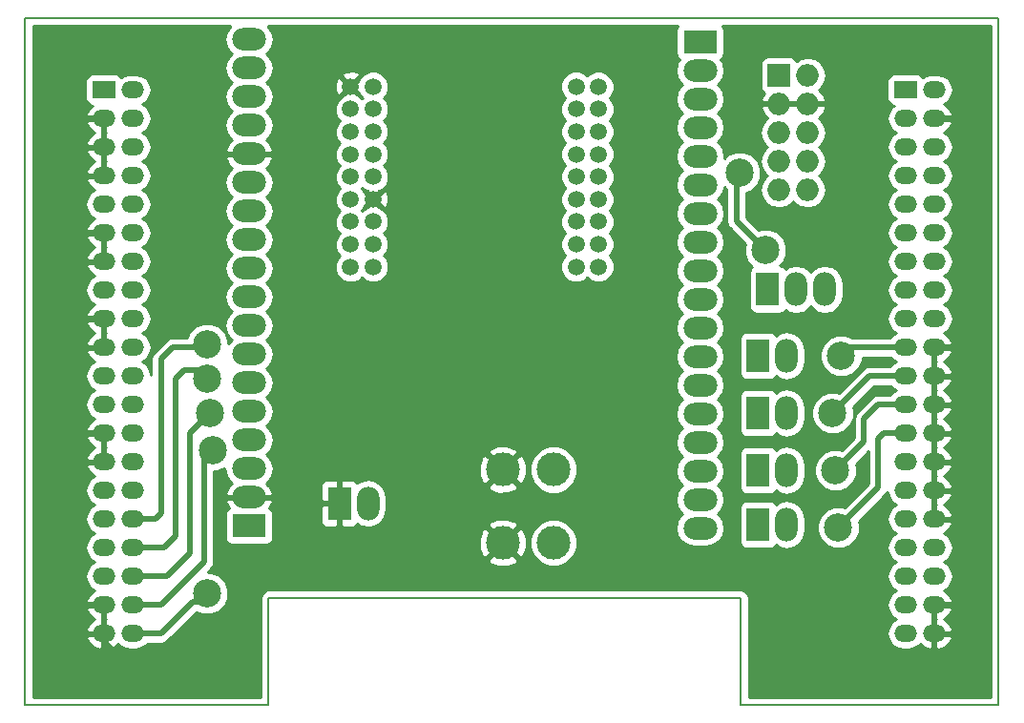
<source format=gbr>
G04 #@! TF.FileFunction,Copper,L1,Top,Signal*
%FSLAX46Y46*%
G04 Gerber Fmt 4.6, Leading zero omitted, Abs format (unit mm)*
G04 Created by KiCad (PCBNEW 4.0.6-e0-6349~52~ubuntu17.04.1) date Sat May 20 12:03:27 2017*
%MOMM*%
%LPD*%
G01*
G04 APERTURE LIST*
%ADD10C,0.100000*%
%ADD11C,0.150000*%
%ADD12R,2.000000X3.000000*%
%ADD13O,2.000000X3.000000*%
%ADD14R,3.000000X2.000000*%
%ADD15O,3.000000X2.000000*%
%ADD16R,2.000000X2.000000*%
%ADD17O,2.000000X2.000000*%
%ADD18C,3.000000*%
%ADD19C,1.500000*%
%ADD20R,2.000000X1.524000*%
%ADD21O,2.000000X1.524000*%
%ADD22C,2.500000*%
%ADD23C,0.508000*%
%ADD24C,0.254000*%
G04 APERTURE END LIST*
D10*
D11*
X43180000Y0D02*
X-43180000Y0D01*
X43180000Y-60960000D02*
X43180000Y0D01*
X20320000Y-60960000D02*
X43180000Y-60960000D01*
X20320000Y-51435000D02*
X20320000Y-60960000D01*
X-21590000Y-51435000D02*
X20320000Y-51435000D01*
X-21590000Y-60960000D02*
X-21590000Y-51435000D01*
X-43180000Y-60960000D02*
X-21590000Y-60960000D01*
X-43180000Y0D02*
X-43180000Y-60960000D01*
D12*
X-15315000Y-43070000D03*
D13*
X-12775000Y-43070000D03*
D14*
X-23315000Y-45070000D03*
D15*
X-23315000Y-42530000D03*
X-23315000Y-39990000D03*
X-23315000Y-37450000D03*
X-23315000Y-34910000D03*
X-23315000Y-32370000D03*
X-23315000Y-29830000D03*
X-23315000Y-27290000D03*
X-23315000Y-24750000D03*
X-23315000Y-22210000D03*
X-23315000Y-19670000D03*
X-23315000Y-17130000D03*
X-23315000Y-14590000D03*
X-23315000Y-12050000D03*
X-23315000Y-9510000D03*
X-23315000Y-6970000D03*
X-23315000Y-4430000D03*
X-23315000Y-1890000D03*
D12*
X22685000Y-24070000D03*
D13*
X25225000Y-24070000D03*
X27765000Y-24070000D03*
D16*
X23685000Y-5070000D03*
D17*
X26225000Y-5070000D03*
X23685000Y-7610000D03*
X26225000Y-7610000D03*
X23685000Y-10150000D03*
X26225000Y-10150000D03*
X23685000Y-12690000D03*
X26225000Y-12690000D03*
X23685000Y-15230000D03*
X26225000Y-15230000D03*
D14*
X16685000Y-2070000D03*
D15*
X16685000Y-4610000D03*
X16685000Y-7150000D03*
X16685000Y-9690000D03*
X16685000Y-12230000D03*
X16685000Y-14770000D03*
X16685000Y-17310000D03*
X16685000Y-19850000D03*
X16685000Y-22390000D03*
X16685000Y-24930000D03*
X16685000Y-27470000D03*
X16685000Y-30010000D03*
X16685000Y-32550000D03*
X16685000Y-35090000D03*
X16685000Y-37630000D03*
X16685000Y-40170000D03*
X16685000Y-42710000D03*
X16685000Y-45250000D03*
D12*
X21844000Y-35052000D03*
D13*
X24384000Y-35052000D03*
D12*
X21844000Y-29972000D03*
D13*
X24384000Y-29972000D03*
D12*
X21844000Y-44958000D03*
D13*
X24384000Y-44958000D03*
D12*
X21844000Y-40132000D03*
D13*
X24384000Y-40132000D03*
D18*
X-815000Y-40070000D03*
X3685000Y-40070000D03*
X-815000Y-46570000D03*
X3685000Y-46570000D03*
D19*
X-14315000Y-22070000D03*
X-12315000Y-22070000D03*
X-14315000Y-20070000D03*
X-12315000Y-20070000D03*
X-14315000Y-6070000D03*
X-12315000Y-6070000D03*
X-14315000Y-8070000D03*
X-12315000Y-8070000D03*
X-14315000Y-10070000D03*
X-12315000Y-10070000D03*
X-14315000Y-12070000D03*
X-12315000Y-12070000D03*
X-14315000Y-14070000D03*
X-12315000Y-14070000D03*
X-14315000Y-16070000D03*
X-12315000Y-16070000D03*
X-14315000Y-18070000D03*
X-12315000Y-18070000D03*
X7685000Y-6070000D03*
X5685000Y-6070000D03*
X5685000Y-8070000D03*
X7685000Y-8070000D03*
X5685000Y-10070000D03*
X7685000Y-10070000D03*
X5685000Y-12070000D03*
X7685000Y-12070000D03*
X5685000Y-14070000D03*
X7685000Y-14070000D03*
X5685000Y-16070000D03*
X7685000Y-16070000D03*
X5685000Y-18070000D03*
X7685000Y-18070000D03*
X5685000Y-20070000D03*
X7685000Y-20070000D03*
X5685000Y-22070000D03*
X7685000Y-22070000D03*
D20*
X34925000Y-6350000D03*
D21*
X37465000Y-6350000D03*
X34925000Y-19050000D03*
X37465000Y-8890000D03*
X34925000Y-21590000D03*
X37465000Y-11430000D03*
X34925000Y-24130000D03*
X37465000Y-13970000D03*
X34925000Y-26670000D03*
X37465000Y-16510000D03*
X34925000Y-29210000D03*
X37465000Y-19050000D03*
X34925000Y-31750000D03*
X37465000Y-21590000D03*
X34925000Y-34290000D03*
X37465000Y-24130000D03*
X34925000Y-36830000D03*
X37465000Y-26670000D03*
X34925000Y-39370000D03*
X37465000Y-29210000D03*
X34925000Y-41910000D03*
X37465000Y-31750000D03*
X34925000Y-44450000D03*
X37465000Y-34290000D03*
X37465000Y-36830000D03*
X34925000Y-46990000D03*
X37465000Y-39370000D03*
X37465000Y-44450000D03*
X37465000Y-46990000D03*
X37465000Y-49530000D03*
X37465000Y-52070000D03*
X34925000Y-49530000D03*
X34925000Y-52070000D03*
X34925000Y-8890000D03*
X34925000Y-11430000D03*
X34925000Y-13970000D03*
X34925000Y-16510000D03*
X34925000Y-54610000D03*
X37465000Y-54610000D03*
X37465000Y-41910000D03*
D20*
X-36195000Y-6350000D03*
D21*
X-33655000Y-6350000D03*
X-36195000Y-8890000D03*
X-33655000Y-8890000D03*
X-36195000Y-11430000D03*
X-33655000Y-11430000D03*
X-36195000Y-13970000D03*
X-33655000Y-13970000D03*
X-36195000Y-16510000D03*
X-33655000Y-16510000D03*
X-36195000Y-19050000D03*
X-33655000Y-19050000D03*
X-36195000Y-21590000D03*
X-33655000Y-21590000D03*
X-36195000Y-24130000D03*
X-33655000Y-24130000D03*
X-36195000Y-26670000D03*
X-33655000Y-26670000D03*
X-36195000Y-29210000D03*
X-33655000Y-29210000D03*
X-36195000Y-31750000D03*
X-33655000Y-31750000D03*
X-36195000Y-34290000D03*
X-33655000Y-34290000D03*
X-36195000Y-36830000D03*
X-33655000Y-36830000D03*
X-36195000Y-39370000D03*
X-33655000Y-39370000D03*
X-36195000Y-41910000D03*
X-33655000Y-41910000D03*
X-36195000Y-44450000D03*
X-33655000Y-44450000D03*
X-36195000Y-46990000D03*
X-33655000Y-46990000D03*
X-36195000Y-49530000D03*
X-33655000Y-49530000D03*
X-36195000Y-52070000D03*
X-33655000Y-52070000D03*
X-36195000Y-54610000D03*
X-33655000Y-54610000D03*
D22*
X40513000Y-3302000D03*
X-27813000Y-11938000D03*
X-27051000Y-51054000D03*
X-26543000Y-38354000D03*
X-26797000Y-35052000D03*
X-27051000Y-32004000D03*
X-27051000Y-28956000D03*
X22479000Y-20574000D03*
X20193000Y-13716000D03*
X28448000Y-35052000D03*
X29210000Y-29972000D03*
X28956000Y-45212000D03*
X28702000Y-40132000D03*
D23*
X-36195000Y-54610000D02*
X-36195000Y-55372000D01*
X-36195000Y-55372000D02*
X-34925000Y-56642000D01*
X40005000Y-57658000D02*
X40005000Y-51308000D01*
X39243000Y-58420000D02*
X40005000Y-57658000D01*
X27305000Y-58420000D02*
X39243000Y-58420000D01*
X24765000Y-55880000D02*
X27305000Y-58420000D01*
X24765000Y-52832000D02*
X24765000Y-55880000D01*
X21971000Y-50038000D02*
X24765000Y-52832000D01*
X-21717000Y-50038000D02*
X21971000Y-50038000D01*
X-28321000Y-56642000D02*
X-21717000Y-50038000D01*
X-34925000Y-56642000D02*
X-28321000Y-56642000D01*
X40005000Y-3810000D02*
X40005000Y-9906000D01*
X40513000Y-3302000D02*
X40005000Y-3810000D01*
X40005000Y-28194000D02*
X40005000Y-51308000D01*
X39243000Y-52070000D02*
X37465000Y-52070000D01*
X40005000Y-51308000D02*
X39243000Y-52070000D01*
X37465000Y-8890000D02*
X38989000Y-8890000D01*
X38989000Y-8890000D02*
X40005000Y-9906000D01*
X38989000Y-29210000D02*
X37465000Y-29210000D01*
X40005000Y-28194000D02*
X38989000Y-29210000D01*
X40005000Y-9906000D02*
X40005000Y-28194000D01*
X37465000Y-31750000D02*
X37465000Y-29210000D01*
X37465000Y-34290000D02*
X37465000Y-31750000D01*
X37465000Y-36830000D02*
X37465000Y-34290000D01*
X37465000Y-39370000D02*
X37465000Y-36830000D01*
X37465000Y-41910000D02*
X37465000Y-39370000D01*
X37465000Y-44450000D02*
X37465000Y-41910000D01*
X37465000Y-54610000D02*
X37465000Y-52070000D01*
X-36195000Y-8890000D02*
X-37719000Y-8890000D01*
X-37719000Y-8890000D02*
X-39243000Y-7366000D01*
X-27813000Y-11938000D02*
X-29591000Y-10160000D01*
X-29591000Y-10160000D02*
X-29591000Y-5080000D01*
X-29591000Y-5080000D02*
X-31369000Y-3302000D01*
X-31369000Y-3302000D02*
X-37719000Y-3302000D01*
X-37719000Y-3302000D02*
X-39243000Y-4826000D01*
X-39243000Y-4826000D02*
X-39243000Y-7366000D01*
X-39243000Y-7366000D02*
X-39243000Y-16256000D01*
X-39243000Y-16256000D02*
X-39243000Y-18034000D01*
X-39243000Y-34544000D02*
X-39243000Y-50800000D01*
X-37973000Y-52070000D02*
X-36195000Y-52070000D01*
X-39243000Y-50800000D02*
X-37973000Y-52070000D01*
X-39243000Y-25400000D02*
X-39243000Y-34544000D01*
X-39243000Y-34544000D02*
X-39243000Y-35560000D01*
X-37973000Y-36830000D02*
X-36195000Y-36830000D01*
X-39243000Y-35560000D02*
X-37973000Y-36830000D01*
X-39243000Y-18034000D02*
X-39243000Y-25400000D01*
X-37973000Y-26670000D02*
X-36195000Y-26670000D01*
X-39243000Y-25400000D02*
X-37973000Y-26670000D01*
X-38227000Y-19050000D02*
X-36195000Y-19050000D01*
X-39243000Y-18034000D02*
X-38227000Y-19050000D01*
X-36195000Y-39370000D02*
X-36195000Y-36830000D01*
X-36195000Y-54610000D02*
X-36195000Y-52070000D01*
X-36195000Y-26670000D02*
X-36195000Y-29210000D01*
X-36195000Y-19050000D02*
X-36195000Y-21590000D01*
X-36195000Y-11430000D02*
X-36195000Y-13970000D01*
X-36195000Y-8890000D02*
X-36195000Y-11430000D01*
X-28321000Y-51816000D02*
X-27813000Y-51816000D01*
X-27813000Y-51816000D02*
X-27051000Y-51054000D01*
X-31115000Y-54610000D02*
X-33655000Y-54610000D01*
X-28321000Y-51816000D02*
X-31115000Y-54610000D01*
X-31115000Y-52070000D02*
X-33655000Y-52070000D01*
X-27305000Y-48260000D02*
X-31115000Y-52070000D01*
X-27305000Y-39116000D02*
X-27305000Y-48260000D01*
X-26543000Y-38354000D02*
X-27305000Y-39116000D01*
X-30607000Y-49530000D02*
X-33655000Y-49530000D01*
X-28575000Y-47498000D02*
X-30607000Y-49530000D01*
X-28575000Y-36830000D02*
X-28575000Y-47498000D01*
X-26797000Y-35052000D02*
X-28575000Y-36830000D01*
X-33655000Y-49530000D02*
X-33147000Y-49530000D01*
X-30861000Y-46990000D02*
X-33655000Y-46990000D01*
X-29845000Y-45974000D02*
X-30861000Y-46990000D01*
X-29845000Y-32004002D02*
X-29845000Y-45974000D01*
X-29082998Y-31242000D02*
X-29845000Y-32004002D01*
X-27813000Y-31242000D02*
X-29082998Y-31242000D01*
X-27051000Y-32004000D02*
X-27813000Y-31242000D01*
X-33655000Y-46990000D02*
X-32893000Y-46990000D01*
X-31623000Y-44450000D02*
X-33655000Y-44450000D01*
X-31115000Y-43942000D02*
X-31623000Y-44450000D01*
X-31115000Y-30226000D02*
X-31115000Y-43942000D01*
X-30099000Y-29210000D02*
X-31115000Y-30226000D01*
X-27305000Y-29210000D02*
X-30099000Y-29210000D01*
X-27051000Y-28956000D02*
X-27305000Y-29210000D01*
X19939000Y-18034000D02*
X22479000Y-20574000D01*
X19939000Y-13970000D02*
X19939000Y-18034000D01*
X20193000Y-13716000D02*
X19939000Y-13970000D01*
X31750000Y-31750000D02*
X34925000Y-31750000D01*
X28448000Y-35052000D02*
X31750000Y-31750000D01*
X29972000Y-29210000D02*
X34925000Y-29210000D01*
X29210000Y-29972000D02*
X29972000Y-29210000D01*
X33020000Y-36830000D02*
X34925000Y-36830000D01*
X32512000Y-37338000D02*
X33020000Y-36830000D01*
X32512000Y-41656000D02*
X32512000Y-37338000D01*
X28956000Y-45212000D02*
X32512000Y-41656000D01*
X32512000Y-34290000D02*
X34925000Y-34290000D01*
X31242000Y-35560000D02*
X32512000Y-34290000D01*
X31242000Y-37592000D02*
X31242000Y-35560000D01*
X28702000Y-40132000D02*
X31242000Y-37592000D01*
D24*
G36*
X-25012947Y-733880D02*
X-25367370Y-1264313D01*
X-25491827Y-1890000D01*
X-25367370Y-2515687D01*
X-25012947Y-3046120D01*
X-24842513Y-3160000D01*
X-25012947Y-3273880D01*
X-25367370Y-3804313D01*
X-25491827Y-4430000D01*
X-25367370Y-5055687D01*
X-25012947Y-5586120D01*
X-24842513Y-5700000D01*
X-25012947Y-5813880D01*
X-25367370Y-6344313D01*
X-25491827Y-6970000D01*
X-25367370Y-7595687D01*
X-25012947Y-8126120D01*
X-24842513Y-8240000D01*
X-25012947Y-8353880D01*
X-25367370Y-8884313D01*
X-25491827Y-9510000D01*
X-25367370Y-10135687D01*
X-25012947Y-10666120D01*
X-24820611Y-10794634D01*
X-25060922Y-10983683D01*
X-25374144Y-11541645D01*
X-25405124Y-11669566D01*
X-25285777Y-11923000D01*
X-23442000Y-11923000D01*
X-23442000Y-11903000D01*
X-23188000Y-11903000D01*
X-23188000Y-11923000D01*
X-21344223Y-11923000D01*
X-21224876Y-11669566D01*
X-21255856Y-11541645D01*
X-21569078Y-10983683D01*
X-21809389Y-10794634D01*
X-21617053Y-10666120D01*
X-21262630Y-10135687D01*
X-21138173Y-9510000D01*
X-21262630Y-8884313D01*
X-21617053Y-8353880D01*
X-21631412Y-8344285D01*
X-15700240Y-8344285D01*
X-15489831Y-8853515D01*
X-15273687Y-9070036D01*
X-15488461Y-9284436D01*
X-15699759Y-9793298D01*
X-15700240Y-10344285D01*
X-15489831Y-10853515D01*
X-15273687Y-11070036D01*
X-15488461Y-11284436D01*
X-15699759Y-11793298D01*
X-15700240Y-12344285D01*
X-15489831Y-12853515D01*
X-15273687Y-13070036D01*
X-15488461Y-13284436D01*
X-15699759Y-13793298D01*
X-15700240Y-14344285D01*
X-15489831Y-14853515D01*
X-15273687Y-15070036D01*
X-15488461Y-15284436D01*
X-15699759Y-15793298D01*
X-15700240Y-16344285D01*
X-15489831Y-16853515D01*
X-15273687Y-17070036D01*
X-15488461Y-17284436D01*
X-15699759Y-17793298D01*
X-15700240Y-18344285D01*
X-15489831Y-18853515D01*
X-15273687Y-19070036D01*
X-15488461Y-19284436D01*
X-15699759Y-19793298D01*
X-15700240Y-20344285D01*
X-15489831Y-20853515D01*
X-15273687Y-21070036D01*
X-15488461Y-21284436D01*
X-15699759Y-21793298D01*
X-15700240Y-22344285D01*
X-15489831Y-22853515D01*
X-15100564Y-23243461D01*
X-14591702Y-23454759D01*
X-14040715Y-23455240D01*
X-13531485Y-23244831D01*
X-13314964Y-23028687D01*
X-13100564Y-23243461D01*
X-12591702Y-23454759D01*
X-12040715Y-23455240D01*
X-11531485Y-23244831D01*
X-11141539Y-22855564D01*
X-10930241Y-22346702D01*
X-10929760Y-21795715D01*
X-11140169Y-21286485D01*
X-11356313Y-21069964D01*
X-11141539Y-20855564D01*
X-10930241Y-20346702D01*
X-10929760Y-19795715D01*
X-11140169Y-19286485D01*
X-11356313Y-19069964D01*
X-11141539Y-18855564D01*
X-10930241Y-18346702D01*
X-10929760Y-17795715D01*
X-11140169Y-17286485D01*
X-11529436Y-16896539D01*
X-11766506Y-16798099D01*
X-12315000Y-16249605D01*
X-12863428Y-16798033D01*
X-13098515Y-16895169D01*
X-13315036Y-17111313D01*
X-13356313Y-17069964D01*
X-13141539Y-16855564D01*
X-13043099Y-16618494D01*
X-12494605Y-16070000D01*
X-12135395Y-16070000D01*
X-11343483Y-16861912D01*
X-11102540Y-16793923D01*
X-10917799Y-16274829D01*
X-10945770Y-15724552D01*
X-11102540Y-15346077D01*
X-11343483Y-15278088D01*
X-12135395Y-16070000D01*
X-12494605Y-16070000D01*
X-13043033Y-15521572D01*
X-13140169Y-15286485D01*
X-13356313Y-15069964D01*
X-13314964Y-15028687D01*
X-13100564Y-15243461D01*
X-12863494Y-15341901D01*
X-12315000Y-15890395D01*
X-11766572Y-15341967D01*
X-11531485Y-15244831D01*
X-11141539Y-14855564D01*
X-10930241Y-14346702D01*
X-10929760Y-13795715D01*
X-11140169Y-13286485D01*
X-11356313Y-13069964D01*
X-11141539Y-12855564D01*
X-10930241Y-12346702D01*
X-10929760Y-11795715D01*
X-11140169Y-11286485D01*
X-11356313Y-11069964D01*
X-11141539Y-10855564D01*
X-10930241Y-10346702D01*
X-10929760Y-9795715D01*
X-11140169Y-9286485D01*
X-11356313Y-9069964D01*
X-11141539Y-8855564D01*
X-10930241Y-8346702D01*
X-10929760Y-7795715D01*
X-11140169Y-7286485D01*
X-11356313Y-7069964D01*
X-11141539Y-6855564D01*
X-10930241Y-6346702D01*
X-10930239Y-6344285D01*
X4299760Y-6344285D01*
X4510169Y-6853515D01*
X4726313Y-7070036D01*
X4511539Y-7284436D01*
X4300241Y-7793298D01*
X4299760Y-8344285D01*
X4510169Y-8853515D01*
X4726313Y-9070036D01*
X4511539Y-9284436D01*
X4300241Y-9793298D01*
X4299760Y-10344285D01*
X4510169Y-10853515D01*
X4726313Y-11070036D01*
X4511539Y-11284436D01*
X4300241Y-11793298D01*
X4299760Y-12344285D01*
X4510169Y-12853515D01*
X4726313Y-13070036D01*
X4511539Y-13284436D01*
X4300241Y-13793298D01*
X4299760Y-14344285D01*
X4510169Y-14853515D01*
X4726313Y-15070036D01*
X4511539Y-15284436D01*
X4300241Y-15793298D01*
X4299760Y-16344285D01*
X4510169Y-16853515D01*
X4726313Y-17070036D01*
X4511539Y-17284436D01*
X4300241Y-17793298D01*
X4299760Y-18344285D01*
X4510169Y-18853515D01*
X4726313Y-19070036D01*
X4511539Y-19284436D01*
X4300241Y-19793298D01*
X4299760Y-20344285D01*
X4510169Y-20853515D01*
X4726313Y-21070036D01*
X4511539Y-21284436D01*
X4300241Y-21793298D01*
X4299760Y-22344285D01*
X4510169Y-22853515D01*
X4899436Y-23243461D01*
X5408298Y-23454759D01*
X5959285Y-23455240D01*
X6468515Y-23244831D01*
X6685036Y-23028687D01*
X6899436Y-23243461D01*
X7408298Y-23454759D01*
X7959285Y-23455240D01*
X8468515Y-23244831D01*
X8858461Y-22855564D01*
X9069759Y-22346702D01*
X9070240Y-21795715D01*
X8859831Y-21286485D01*
X8643687Y-21069964D01*
X8858461Y-20855564D01*
X9069759Y-20346702D01*
X9070240Y-19795715D01*
X8859831Y-19286485D01*
X8643687Y-19069964D01*
X8858461Y-18855564D01*
X9069759Y-18346702D01*
X9070240Y-17795715D01*
X8859831Y-17286485D01*
X8643687Y-17069964D01*
X8858461Y-16855564D01*
X9069759Y-16346702D01*
X9070240Y-15795715D01*
X8859831Y-15286485D01*
X8643687Y-15069964D01*
X8858461Y-14855564D01*
X9069759Y-14346702D01*
X9070240Y-13795715D01*
X8859831Y-13286485D01*
X8643687Y-13069964D01*
X8858461Y-12855564D01*
X9069759Y-12346702D01*
X9070240Y-11795715D01*
X8859831Y-11286485D01*
X8643687Y-11069964D01*
X8858461Y-10855564D01*
X9069759Y-10346702D01*
X9070240Y-9795715D01*
X8859831Y-9286485D01*
X8643687Y-9069964D01*
X8858461Y-8855564D01*
X9069759Y-8346702D01*
X9070240Y-7795715D01*
X8859831Y-7286485D01*
X8643687Y-7069964D01*
X8858461Y-6855564D01*
X9069759Y-6346702D01*
X9070240Y-5795715D01*
X8859831Y-5286485D01*
X8470564Y-4896539D01*
X7961702Y-4685241D01*
X7410715Y-4684760D01*
X6901485Y-4895169D01*
X6684964Y-5111313D01*
X6470564Y-4896539D01*
X5961702Y-4685241D01*
X5410715Y-4684760D01*
X4901485Y-4895169D01*
X4511539Y-5284436D01*
X4300241Y-5793298D01*
X4299760Y-6344285D01*
X-10930239Y-6344285D01*
X-10929760Y-5795715D01*
X-11140169Y-5286485D01*
X-11529436Y-4896539D01*
X-12038298Y-4685241D01*
X-12589285Y-4684760D01*
X-13098515Y-4895169D01*
X-13488461Y-5284436D01*
X-13586901Y-5521506D01*
X-14135395Y-6070000D01*
X-13586967Y-6618428D01*
X-13489831Y-6853515D01*
X-13273687Y-7070036D01*
X-13315036Y-7111313D01*
X-13529436Y-6896539D01*
X-13766506Y-6798099D01*
X-14315000Y-6249605D01*
X-14863428Y-6798033D01*
X-15098515Y-6895169D01*
X-15488461Y-7284436D01*
X-15699759Y-7793298D01*
X-15700240Y-8344285D01*
X-21631412Y-8344285D01*
X-21787487Y-8240000D01*
X-21617053Y-8126120D01*
X-21262630Y-7595687D01*
X-21138173Y-6970000D01*
X-21262630Y-6344313D01*
X-21582781Y-5865171D01*
X-15712201Y-5865171D01*
X-15684230Y-6415448D01*
X-15527460Y-6793923D01*
X-15286517Y-6861912D01*
X-14494605Y-6070000D01*
X-15286517Y-5278088D01*
X-15527460Y-5346077D01*
X-15712201Y-5865171D01*
X-21582781Y-5865171D01*
X-21617053Y-5813880D01*
X-21787487Y-5700000D01*
X-21617053Y-5586120D01*
X-21291226Y-5098483D01*
X-15106912Y-5098483D01*
X-14315000Y-5890395D01*
X-13523088Y-5098483D01*
X-13591077Y-4857540D01*
X-14110171Y-4672799D01*
X-14660448Y-4700770D01*
X-15038923Y-4857540D01*
X-15106912Y-5098483D01*
X-21291226Y-5098483D01*
X-21262630Y-5055687D01*
X-21138173Y-4430000D01*
X-21262630Y-3804313D01*
X-21617053Y-3273880D01*
X-21787487Y-3160000D01*
X-21617053Y-3046120D01*
X-21262630Y-2515687D01*
X-21138173Y-1890000D01*
X-21262630Y-1264313D01*
X-21617053Y-733880D01*
X-21652792Y-710000D01*
X14662437Y-710000D01*
X14588569Y-818110D01*
X14537560Y-1070000D01*
X14537560Y-3070000D01*
X14581838Y-3305317D01*
X14720910Y-3521441D01*
X14872639Y-3625113D01*
X14632630Y-3984313D01*
X14508173Y-4610000D01*
X14632630Y-5235687D01*
X14987053Y-5766120D01*
X15157487Y-5880000D01*
X14987053Y-5993880D01*
X14632630Y-6524313D01*
X14508173Y-7150000D01*
X14632630Y-7775687D01*
X14987053Y-8306120D01*
X15157487Y-8420000D01*
X14987053Y-8533880D01*
X14632630Y-9064313D01*
X14508173Y-9690000D01*
X14632630Y-10315687D01*
X14987053Y-10846120D01*
X15157487Y-10960000D01*
X14987053Y-11073880D01*
X14632630Y-11604313D01*
X14508173Y-12230000D01*
X14632630Y-12855687D01*
X14987053Y-13386120D01*
X15157487Y-13500000D01*
X14987053Y-13613880D01*
X14632630Y-14144313D01*
X14508173Y-14770000D01*
X14632630Y-15395687D01*
X14987053Y-15926120D01*
X15157487Y-16040000D01*
X14987053Y-16153880D01*
X14632630Y-16684313D01*
X14508173Y-17310000D01*
X14632630Y-17935687D01*
X14987053Y-18466120D01*
X15157487Y-18580000D01*
X14987053Y-18693880D01*
X14632630Y-19224313D01*
X14508173Y-19850000D01*
X14632630Y-20475687D01*
X14987053Y-21006120D01*
X15157487Y-21120000D01*
X14987053Y-21233880D01*
X14632630Y-21764313D01*
X14508173Y-22390000D01*
X14632630Y-23015687D01*
X14987053Y-23546120D01*
X15157487Y-23660000D01*
X14987053Y-23773880D01*
X14632630Y-24304313D01*
X14508173Y-24930000D01*
X14632630Y-25555687D01*
X14987053Y-26086120D01*
X15157487Y-26200000D01*
X14987053Y-26313880D01*
X14632630Y-26844313D01*
X14508173Y-27470000D01*
X14632630Y-28095687D01*
X14987053Y-28626120D01*
X15157487Y-28740000D01*
X14987053Y-28853880D01*
X14632630Y-29384313D01*
X14508173Y-30010000D01*
X14632630Y-30635687D01*
X14987053Y-31166120D01*
X15157487Y-31280000D01*
X14987053Y-31393880D01*
X14632630Y-31924313D01*
X14508173Y-32550000D01*
X14632630Y-33175687D01*
X14987053Y-33706120D01*
X15157487Y-33820000D01*
X14987053Y-33933880D01*
X14632630Y-34464313D01*
X14508173Y-35090000D01*
X14632630Y-35715687D01*
X14987053Y-36246120D01*
X15157487Y-36360000D01*
X14987053Y-36473880D01*
X14632630Y-37004313D01*
X14508173Y-37630000D01*
X14632630Y-38255687D01*
X14987053Y-38786120D01*
X15157487Y-38900000D01*
X14987053Y-39013880D01*
X14632630Y-39544313D01*
X14508173Y-40170000D01*
X14632630Y-40795687D01*
X14987053Y-41326120D01*
X15157487Y-41440000D01*
X14987053Y-41553880D01*
X14632630Y-42084313D01*
X14508173Y-42710000D01*
X14632630Y-43335687D01*
X14987053Y-43866120D01*
X15157487Y-43980000D01*
X14987053Y-44093880D01*
X14632630Y-44624313D01*
X14508173Y-45250000D01*
X14632630Y-45875687D01*
X14987053Y-46406120D01*
X15517486Y-46760543D01*
X16143173Y-46885000D01*
X17226827Y-46885000D01*
X17852514Y-46760543D01*
X18382947Y-46406120D01*
X18737370Y-45875687D01*
X18861827Y-45250000D01*
X18737370Y-44624313D01*
X18382947Y-44093880D01*
X18212513Y-43980000D01*
X18382947Y-43866120D01*
X18655643Y-43458000D01*
X20196560Y-43458000D01*
X20196560Y-46458000D01*
X20240838Y-46693317D01*
X20379910Y-46909441D01*
X20592110Y-47054431D01*
X20844000Y-47105440D01*
X22844000Y-47105440D01*
X23079317Y-47061162D01*
X23295441Y-46922090D01*
X23399113Y-46770361D01*
X23758313Y-47010370D01*
X24384000Y-47134827D01*
X25009687Y-47010370D01*
X25540120Y-46655947D01*
X25894543Y-46125514D01*
X26019000Y-45499827D01*
X26019000Y-44416173D01*
X25894543Y-43790486D01*
X25540120Y-43260053D01*
X25009687Y-42905630D01*
X24384000Y-42781173D01*
X23758313Y-42905630D01*
X23398045Y-43146353D01*
X23308090Y-43006559D01*
X23095890Y-42861569D01*
X22844000Y-42810560D01*
X20844000Y-42810560D01*
X20608683Y-42854838D01*
X20392559Y-42993910D01*
X20247569Y-43206110D01*
X20196560Y-43458000D01*
X18655643Y-43458000D01*
X18737370Y-43335687D01*
X18861827Y-42710000D01*
X18737370Y-42084313D01*
X18382947Y-41553880D01*
X18212513Y-41440000D01*
X18382947Y-41326120D01*
X18737370Y-40795687D01*
X18861827Y-40170000D01*
X18737370Y-39544313D01*
X18382947Y-39013880D01*
X18212513Y-38900000D01*
X18382947Y-38786120D01*
X18485926Y-38632000D01*
X20196560Y-38632000D01*
X20196560Y-41632000D01*
X20240838Y-41867317D01*
X20379910Y-42083441D01*
X20592110Y-42228431D01*
X20844000Y-42279440D01*
X22844000Y-42279440D01*
X23079317Y-42235162D01*
X23295441Y-42096090D01*
X23399113Y-41944361D01*
X23758313Y-42184370D01*
X24384000Y-42308827D01*
X25009687Y-42184370D01*
X25540120Y-41829947D01*
X25894543Y-41299514D01*
X26019000Y-40673827D01*
X26019000Y-39590173D01*
X25894543Y-38964486D01*
X25540120Y-38434053D01*
X25009687Y-38079630D01*
X24384000Y-37955173D01*
X23758313Y-38079630D01*
X23398045Y-38320353D01*
X23308090Y-38180559D01*
X23095890Y-38035569D01*
X22844000Y-37984560D01*
X20844000Y-37984560D01*
X20608683Y-38028838D01*
X20392559Y-38167910D01*
X20247569Y-38380110D01*
X20196560Y-38632000D01*
X18485926Y-38632000D01*
X18737370Y-38255687D01*
X18861827Y-37630000D01*
X18737370Y-37004313D01*
X18382947Y-36473880D01*
X18212513Y-36360000D01*
X18382947Y-36246120D01*
X18737370Y-35715687D01*
X18861827Y-35090000D01*
X18737370Y-34464313D01*
X18382947Y-33933880D01*
X18212513Y-33820000D01*
X18382947Y-33706120D01*
X18485926Y-33552000D01*
X20196560Y-33552000D01*
X20196560Y-36552000D01*
X20240838Y-36787317D01*
X20379910Y-37003441D01*
X20592110Y-37148431D01*
X20844000Y-37199440D01*
X22844000Y-37199440D01*
X23079317Y-37155162D01*
X23295441Y-37016090D01*
X23399113Y-36864361D01*
X23758313Y-37104370D01*
X24384000Y-37228827D01*
X25009687Y-37104370D01*
X25540120Y-36749947D01*
X25894543Y-36219514D01*
X26019000Y-35593827D01*
X26019000Y-35425305D01*
X26562674Y-35425305D01*
X26849043Y-36118372D01*
X27378839Y-36649093D01*
X28071405Y-36936672D01*
X28821305Y-36937326D01*
X29514372Y-36650957D01*
X30045093Y-36121161D01*
X30332672Y-35428595D01*
X30333326Y-34678695D01*
X30258832Y-34498404D01*
X32118236Y-32639000D01*
X33601105Y-32639000D01*
X33667140Y-32737828D01*
X34089439Y-33020000D01*
X33667140Y-33302172D01*
X33601105Y-33401000D01*
X32512000Y-33401000D01*
X32171794Y-33468671D01*
X31973611Y-33601093D01*
X31883382Y-33661382D01*
X30613382Y-34931382D01*
X30420671Y-35219794D01*
X30353000Y-35560000D01*
X30353000Y-37223764D01*
X29255838Y-38320926D01*
X29078595Y-38247328D01*
X28328695Y-38246674D01*
X27635628Y-38533043D01*
X27104907Y-39062839D01*
X26817328Y-39755405D01*
X26816674Y-40505305D01*
X27103043Y-41198372D01*
X27632839Y-41729093D01*
X28325405Y-42016672D01*
X29075305Y-42017326D01*
X29768372Y-41730957D01*
X30299093Y-41201161D01*
X30586672Y-40508595D01*
X30587326Y-39758695D01*
X30512832Y-39578404D01*
X31623000Y-38468236D01*
X31623000Y-41287764D01*
X29509838Y-43400926D01*
X29332595Y-43327328D01*
X28582695Y-43326674D01*
X27889628Y-43613043D01*
X27358907Y-44142839D01*
X27071328Y-44835405D01*
X27070674Y-45585305D01*
X27357043Y-46278372D01*
X27886839Y-46809093D01*
X28579405Y-47096672D01*
X29329305Y-47097326D01*
X30022372Y-46810957D01*
X30553093Y-46281161D01*
X30840672Y-45588595D01*
X30841326Y-44838695D01*
X30766832Y-44658404D01*
X33140618Y-42284618D01*
X33288470Y-42063343D01*
X33364308Y-42444609D01*
X33667140Y-42897828D01*
X34089439Y-43180000D01*
X33667140Y-43462172D01*
X33364308Y-43915391D01*
X33257968Y-44450000D01*
X33364308Y-44984609D01*
X33667140Y-45437828D01*
X34089439Y-45720000D01*
X33667140Y-46002172D01*
X33364308Y-46455391D01*
X33257968Y-46990000D01*
X33364308Y-47524609D01*
X33667140Y-47977828D01*
X34089439Y-48260000D01*
X33667140Y-48542172D01*
X33364308Y-48995391D01*
X33257968Y-49530000D01*
X33364308Y-50064609D01*
X33667140Y-50517828D01*
X34089439Y-50800000D01*
X33667140Y-51082172D01*
X33364308Y-51535391D01*
X33257968Y-52070000D01*
X33364308Y-52604609D01*
X33667140Y-53057828D01*
X34089439Y-53340000D01*
X33667140Y-53622172D01*
X33364308Y-54075391D01*
X33257968Y-54610000D01*
X33364308Y-55144609D01*
X33667140Y-55597828D01*
X34120359Y-55900660D01*
X34654968Y-56007000D01*
X35195032Y-56007000D01*
X35729641Y-55900660D01*
X36182860Y-55597828D01*
X36206650Y-55562224D01*
X36589086Y-55863422D01*
X37117308Y-56012130D01*
X37338000Y-55853277D01*
X37338000Y-54737000D01*
X37592000Y-54737000D01*
X37592000Y-55853277D01*
X37812692Y-56012130D01*
X38340914Y-55863422D01*
X38772020Y-55523892D01*
X39040377Y-55045230D01*
X39057220Y-54953070D01*
X38934720Y-54737000D01*
X37592000Y-54737000D01*
X37338000Y-54737000D01*
X37318000Y-54737000D01*
X37318000Y-54483000D01*
X37338000Y-54483000D01*
X37338000Y-53366723D01*
X37300874Y-53340000D01*
X37338000Y-53313277D01*
X37338000Y-52197000D01*
X37592000Y-52197000D01*
X37592000Y-53313277D01*
X37629126Y-53340000D01*
X37592000Y-53366723D01*
X37592000Y-54483000D01*
X38934720Y-54483000D01*
X39057220Y-54266930D01*
X39040377Y-54174770D01*
X38772020Y-53696108D01*
X38340914Y-53356578D01*
X38282028Y-53340000D01*
X38340914Y-53323422D01*
X38772020Y-52983892D01*
X39040377Y-52505230D01*
X39057220Y-52413070D01*
X38934720Y-52197000D01*
X37592000Y-52197000D01*
X37338000Y-52197000D01*
X37318000Y-52197000D01*
X37318000Y-51943000D01*
X37338000Y-51943000D01*
X37338000Y-51923000D01*
X37592000Y-51923000D01*
X37592000Y-51943000D01*
X38934720Y-51943000D01*
X39057220Y-51726930D01*
X39040377Y-51634770D01*
X38772020Y-51156108D01*
X38340914Y-50816578D01*
X38295067Y-50803671D01*
X38722860Y-50517828D01*
X39025692Y-50064609D01*
X39132032Y-49530000D01*
X39025692Y-48995391D01*
X38722860Y-48542172D01*
X38300561Y-48260000D01*
X38722860Y-47977828D01*
X39025692Y-47524609D01*
X39132032Y-46990000D01*
X39025692Y-46455391D01*
X38722860Y-46002172D01*
X38295067Y-45716329D01*
X38340914Y-45703422D01*
X38772020Y-45363892D01*
X39040377Y-44885230D01*
X39057220Y-44793070D01*
X38934720Y-44577000D01*
X37592000Y-44577000D01*
X37592000Y-44597000D01*
X37338000Y-44597000D01*
X37338000Y-44577000D01*
X37318000Y-44577000D01*
X37318000Y-44323000D01*
X37338000Y-44323000D01*
X37338000Y-43206723D01*
X37300874Y-43180000D01*
X37338000Y-43153277D01*
X37338000Y-42037000D01*
X37592000Y-42037000D01*
X37592000Y-43153277D01*
X37629126Y-43180000D01*
X37592000Y-43206723D01*
X37592000Y-44323000D01*
X38934720Y-44323000D01*
X39057220Y-44106930D01*
X39040377Y-44014770D01*
X38772020Y-43536108D01*
X38340914Y-43196578D01*
X38282028Y-43180000D01*
X38340914Y-43163422D01*
X38772020Y-42823892D01*
X39040377Y-42345230D01*
X39057220Y-42253070D01*
X38934720Y-42037000D01*
X37592000Y-42037000D01*
X37338000Y-42037000D01*
X37318000Y-42037000D01*
X37318000Y-41783000D01*
X37338000Y-41783000D01*
X37338000Y-40666723D01*
X37300874Y-40640000D01*
X37338000Y-40613277D01*
X37338000Y-39497000D01*
X37592000Y-39497000D01*
X37592000Y-40613277D01*
X37629126Y-40640000D01*
X37592000Y-40666723D01*
X37592000Y-41783000D01*
X38934720Y-41783000D01*
X39057220Y-41566930D01*
X39040377Y-41474770D01*
X38772020Y-40996108D01*
X38340914Y-40656578D01*
X38282028Y-40640000D01*
X38340914Y-40623422D01*
X38772020Y-40283892D01*
X39040377Y-39805230D01*
X39057220Y-39713070D01*
X38934720Y-39497000D01*
X37592000Y-39497000D01*
X37338000Y-39497000D01*
X37318000Y-39497000D01*
X37318000Y-39243000D01*
X37338000Y-39243000D01*
X37338000Y-38126723D01*
X37300874Y-38100000D01*
X37338000Y-38073277D01*
X37338000Y-36957000D01*
X37592000Y-36957000D01*
X37592000Y-38073277D01*
X37629126Y-38100000D01*
X37592000Y-38126723D01*
X37592000Y-39243000D01*
X38934720Y-39243000D01*
X39057220Y-39026930D01*
X39040377Y-38934770D01*
X38772020Y-38456108D01*
X38340914Y-38116578D01*
X38282028Y-38100000D01*
X38340914Y-38083422D01*
X38772020Y-37743892D01*
X39040377Y-37265230D01*
X39057220Y-37173070D01*
X38934720Y-36957000D01*
X37592000Y-36957000D01*
X37338000Y-36957000D01*
X37318000Y-36957000D01*
X37318000Y-36703000D01*
X37338000Y-36703000D01*
X37338000Y-35586723D01*
X37300874Y-35560000D01*
X37338000Y-35533277D01*
X37338000Y-34417000D01*
X37592000Y-34417000D01*
X37592000Y-35533277D01*
X37629126Y-35560000D01*
X37592000Y-35586723D01*
X37592000Y-36703000D01*
X38934720Y-36703000D01*
X39057220Y-36486930D01*
X39040377Y-36394770D01*
X38772020Y-35916108D01*
X38340914Y-35576578D01*
X38282028Y-35560000D01*
X38340914Y-35543422D01*
X38772020Y-35203892D01*
X39040377Y-34725230D01*
X39057220Y-34633070D01*
X38934720Y-34417000D01*
X37592000Y-34417000D01*
X37338000Y-34417000D01*
X37318000Y-34417000D01*
X37318000Y-34163000D01*
X37338000Y-34163000D01*
X37338000Y-33046723D01*
X37300874Y-33020000D01*
X37338000Y-32993277D01*
X37338000Y-31877000D01*
X37592000Y-31877000D01*
X37592000Y-32993277D01*
X37629126Y-33020000D01*
X37592000Y-33046723D01*
X37592000Y-34163000D01*
X38934720Y-34163000D01*
X39057220Y-33946930D01*
X39040377Y-33854770D01*
X38772020Y-33376108D01*
X38340914Y-33036578D01*
X38282028Y-33020000D01*
X38340914Y-33003422D01*
X38772020Y-32663892D01*
X39040377Y-32185230D01*
X39057220Y-32093070D01*
X38934720Y-31877000D01*
X37592000Y-31877000D01*
X37338000Y-31877000D01*
X37318000Y-31877000D01*
X37318000Y-31623000D01*
X37338000Y-31623000D01*
X37338000Y-30506723D01*
X37300874Y-30480000D01*
X37338000Y-30453277D01*
X37338000Y-29337000D01*
X37592000Y-29337000D01*
X37592000Y-30453277D01*
X37629126Y-30480000D01*
X37592000Y-30506723D01*
X37592000Y-31623000D01*
X38934720Y-31623000D01*
X39057220Y-31406930D01*
X39040377Y-31314770D01*
X38772020Y-30836108D01*
X38340914Y-30496578D01*
X38282028Y-30480000D01*
X38340914Y-30463422D01*
X38772020Y-30123892D01*
X39040377Y-29645230D01*
X39057220Y-29553070D01*
X38934720Y-29337000D01*
X37592000Y-29337000D01*
X37338000Y-29337000D01*
X37318000Y-29337000D01*
X37318000Y-29083000D01*
X37338000Y-29083000D01*
X37338000Y-29063000D01*
X37592000Y-29063000D01*
X37592000Y-29083000D01*
X38934720Y-29083000D01*
X39057220Y-28866930D01*
X39040377Y-28774770D01*
X38772020Y-28296108D01*
X38340914Y-27956578D01*
X38295067Y-27943671D01*
X38722860Y-27657828D01*
X39025692Y-27204609D01*
X39132032Y-26670000D01*
X39025692Y-26135391D01*
X38722860Y-25682172D01*
X38300561Y-25400000D01*
X38722860Y-25117828D01*
X39025692Y-24664609D01*
X39132032Y-24130000D01*
X39025692Y-23595391D01*
X38722860Y-23142172D01*
X38300561Y-22860000D01*
X38722860Y-22577828D01*
X39025692Y-22124609D01*
X39132032Y-21590000D01*
X39025692Y-21055391D01*
X38722860Y-20602172D01*
X38300561Y-20320000D01*
X38722860Y-20037828D01*
X39025692Y-19584609D01*
X39132032Y-19050000D01*
X39025692Y-18515391D01*
X38722860Y-18062172D01*
X38300561Y-17780000D01*
X38722860Y-17497828D01*
X39025692Y-17044609D01*
X39132032Y-16510000D01*
X39025692Y-15975391D01*
X38722860Y-15522172D01*
X38300561Y-15240000D01*
X38722860Y-14957828D01*
X39025692Y-14504609D01*
X39132032Y-13970000D01*
X39025692Y-13435391D01*
X38722860Y-12982172D01*
X38300561Y-12700000D01*
X38722860Y-12417828D01*
X39025692Y-11964609D01*
X39132032Y-11430000D01*
X39025692Y-10895391D01*
X38722860Y-10442172D01*
X38295067Y-10156329D01*
X38340914Y-10143422D01*
X38772020Y-9803892D01*
X39040377Y-9325230D01*
X39057220Y-9233070D01*
X38934720Y-9017000D01*
X37592000Y-9017000D01*
X37592000Y-9037000D01*
X37338000Y-9037000D01*
X37338000Y-9017000D01*
X37318000Y-9017000D01*
X37318000Y-8763000D01*
X37338000Y-8763000D01*
X37338000Y-8743000D01*
X37592000Y-8743000D01*
X37592000Y-8763000D01*
X38934720Y-8763000D01*
X39057220Y-8546930D01*
X39040377Y-8454770D01*
X38772020Y-7976108D01*
X38340914Y-7636578D01*
X38295067Y-7623671D01*
X38722860Y-7337828D01*
X39025692Y-6884609D01*
X39132032Y-6350000D01*
X39025692Y-5815391D01*
X38722860Y-5362172D01*
X38269641Y-5059340D01*
X37735032Y-4953000D01*
X37194968Y-4953000D01*
X36660359Y-5059340D01*
X36435907Y-5209314D01*
X36389090Y-5136559D01*
X36176890Y-4991569D01*
X35925000Y-4940560D01*
X33925000Y-4940560D01*
X33689683Y-4984838D01*
X33473559Y-5123910D01*
X33328569Y-5336110D01*
X33277560Y-5588000D01*
X33277560Y-7112000D01*
X33321838Y-7347317D01*
X33460910Y-7563441D01*
X33673110Y-7708431D01*
X33891044Y-7752564D01*
X33667140Y-7902172D01*
X33364308Y-8355391D01*
X33257968Y-8890000D01*
X33364308Y-9424609D01*
X33667140Y-9877828D01*
X34089439Y-10160000D01*
X33667140Y-10442172D01*
X33364308Y-10895391D01*
X33257968Y-11430000D01*
X33364308Y-11964609D01*
X33667140Y-12417828D01*
X34089439Y-12700000D01*
X33667140Y-12982172D01*
X33364308Y-13435391D01*
X33257968Y-13970000D01*
X33364308Y-14504609D01*
X33667140Y-14957828D01*
X34089439Y-15240000D01*
X33667140Y-15522172D01*
X33364308Y-15975391D01*
X33257968Y-16510000D01*
X33364308Y-17044609D01*
X33667140Y-17497828D01*
X34089439Y-17780000D01*
X33667140Y-18062172D01*
X33364308Y-18515391D01*
X33257968Y-19050000D01*
X33364308Y-19584609D01*
X33667140Y-20037828D01*
X34089439Y-20320000D01*
X33667140Y-20602172D01*
X33364308Y-21055391D01*
X33257968Y-21590000D01*
X33364308Y-22124609D01*
X33667140Y-22577828D01*
X34089439Y-22860000D01*
X33667140Y-23142172D01*
X33364308Y-23595391D01*
X33257968Y-24130000D01*
X33364308Y-24664609D01*
X33667140Y-25117828D01*
X34089439Y-25400000D01*
X33667140Y-25682172D01*
X33364308Y-26135391D01*
X33257968Y-26670000D01*
X33364308Y-27204609D01*
X33667140Y-27657828D01*
X34089439Y-27940000D01*
X33667140Y-28222172D01*
X33601105Y-28321000D01*
X30149339Y-28321000D01*
X29586595Y-28087328D01*
X28836695Y-28086674D01*
X28143628Y-28373043D01*
X27612907Y-28902839D01*
X27325328Y-29595405D01*
X27324674Y-30345305D01*
X27611043Y-31038372D01*
X28140839Y-31569093D01*
X28833405Y-31856672D01*
X29583305Y-31857326D01*
X30276372Y-31570957D01*
X30807093Y-31041161D01*
X31094672Y-30348595D01*
X31094890Y-30099000D01*
X33601105Y-30099000D01*
X33667140Y-30197828D01*
X34089439Y-30480000D01*
X33667140Y-30762172D01*
X33601105Y-30861000D01*
X31750000Y-30861000D01*
X31409794Y-30928671D01*
X31241441Y-31041161D01*
X31121382Y-31121382D01*
X29001838Y-33240926D01*
X28824595Y-33167328D01*
X28074695Y-33166674D01*
X27381628Y-33453043D01*
X26850907Y-33982839D01*
X26563328Y-34675405D01*
X26562674Y-35425305D01*
X26019000Y-35425305D01*
X26019000Y-34510173D01*
X25894543Y-33884486D01*
X25540120Y-33354053D01*
X25009687Y-32999630D01*
X24384000Y-32875173D01*
X23758313Y-32999630D01*
X23398045Y-33240353D01*
X23308090Y-33100559D01*
X23095890Y-32955569D01*
X22844000Y-32904560D01*
X20844000Y-32904560D01*
X20608683Y-32948838D01*
X20392559Y-33087910D01*
X20247569Y-33300110D01*
X20196560Y-33552000D01*
X18485926Y-33552000D01*
X18737370Y-33175687D01*
X18861827Y-32550000D01*
X18737370Y-31924313D01*
X18382947Y-31393880D01*
X18212513Y-31280000D01*
X18382947Y-31166120D01*
X18737370Y-30635687D01*
X18861827Y-30010000D01*
X18737370Y-29384313D01*
X18382947Y-28853880D01*
X18212513Y-28740000D01*
X18382947Y-28626120D01*
X18485926Y-28472000D01*
X20196560Y-28472000D01*
X20196560Y-31472000D01*
X20240838Y-31707317D01*
X20379910Y-31923441D01*
X20592110Y-32068431D01*
X20844000Y-32119440D01*
X22844000Y-32119440D01*
X23079317Y-32075162D01*
X23295441Y-31936090D01*
X23399113Y-31784361D01*
X23758313Y-32024370D01*
X24384000Y-32148827D01*
X25009687Y-32024370D01*
X25540120Y-31669947D01*
X25894543Y-31139514D01*
X26019000Y-30513827D01*
X26019000Y-29430173D01*
X25894543Y-28804486D01*
X25540120Y-28274053D01*
X25009687Y-27919630D01*
X24384000Y-27795173D01*
X23758313Y-27919630D01*
X23398045Y-28160353D01*
X23308090Y-28020559D01*
X23095890Y-27875569D01*
X22844000Y-27824560D01*
X20844000Y-27824560D01*
X20608683Y-27868838D01*
X20392559Y-28007910D01*
X20247569Y-28220110D01*
X20196560Y-28472000D01*
X18485926Y-28472000D01*
X18737370Y-28095687D01*
X18861827Y-27470000D01*
X18737370Y-26844313D01*
X18382947Y-26313880D01*
X18212513Y-26200000D01*
X18382947Y-26086120D01*
X18737370Y-25555687D01*
X18861827Y-24930000D01*
X18737370Y-24304313D01*
X18382947Y-23773880D01*
X18212513Y-23660000D01*
X18382947Y-23546120D01*
X18737370Y-23015687D01*
X18861827Y-22390000D01*
X18737370Y-21764313D01*
X18382947Y-21233880D01*
X18212513Y-21120000D01*
X18382947Y-21006120D01*
X18737370Y-20475687D01*
X18861827Y-19850000D01*
X18737370Y-19224313D01*
X18382947Y-18693880D01*
X18212513Y-18580000D01*
X18382947Y-18466120D01*
X18737370Y-17935687D01*
X18861827Y-17310000D01*
X18737370Y-16684313D01*
X18382947Y-16153880D01*
X18212513Y-16040000D01*
X18382947Y-15926120D01*
X18737370Y-15395687D01*
X18815282Y-15003997D01*
X19050000Y-15239125D01*
X19050000Y-18034000D01*
X19117671Y-18374206D01*
X19212008Y-18515391D01*
X19310382Y-18662618D01*
X20667926Y-20020162D01*
X20594328Y-20197405D01*
X20593674Y-20947305D01*
X20880043Y-21640372D01*
X21301273Y-22062337D01*
X21233559Y-22105910D01*
X21088569Y-22318110D01*
X21037560Y-22570000D01*
X21037560Y-25570000D01*
X21081838Y-25805317D01*
X21220910Y-26021441D01*
X21433110Y-26166431D01*
X21685000Y-26217440D01*
X23685000Y-26217440D01*
X23920317Y-26173162D01*
X24136441Y-26034090D01*
X24240113Y-25882361D01*
X24599313Y-26122370D01*
X25225000Y-26246827D01*
X25850687Y-26122370D01*
X26381120Y-25767947D01*
X26495000Y-25597513D01*
X26608880Y-25767947D01*
X27139313Y-26122370D01*
X27765000Y-26246827D01*
X28390687Y-26122370D01*
X28921120Y-25767947D01*
X29275543Y-25237514D01*
X29400000Y-24611827D01*
X29400000Y-23528173D01*
X29275543Y-22902486D01*
X28921120Y-22372053D01*
X28390687Y-22017630D01*
X27765000Y-21893173D01*
X27139313Y-22017630D01*
X26608880Y-22372053D01*
X26495000Y-22542487D01*
X26381120Y-22372053D01*
X25850687Y-22017630D01*
X25225000Y-21893173D01*
X24599313Y-22017630D01*
X24239045Y-22258353D01*
X24149090Y-22118559D01*
X23936890Y-21973569D01*
X23777452Y-21941282D01*
X24076093Y-21643161D01*
X24363672Y-20950595D01*
X24364326Y-20200695D01*
X24077957Y-19507628D01*
X23548161Y-18976907D01*
X22855595Y-18689328D01*
X22105695Y-18688674D01*
X21925404Y-18763168D01*
X20828000Y-17665764D01*
X20828000Y-15493196D01*
X21259372Y-15314957D01*
X21790093Y-14785161D01*
X22077672Y-14092595D01*
X22078326Y-13342695D01*
X21791957Y-12649628D01*
X21262161Y-12118907D01*
X20569595Y-11831328D01*
X19819695Y-11830674D01*
X19126628Y-12117043D01*
X18824255Y-12418889D01*
X18861827Y-12230000D01*
X18737370Y-11604313D01*
X18382947Y-11073880D01*
X18212513Y-10960000D01*
X18382947Y-10846120D01*
X18737370Y-10315687D01*
X18770327Y-10150000D01*
X22017968Y-10150000D01*
X22142425Y-10775687D01*
X22496848Y-11306120D01*
X22667282Y-11420000D01*
X22496848Y-11533880D01*
X22142425Y-12064313D01*
X22017968Y-12690000D01*
X22142425Y-13315687D01*
X22496848Y-13846120D01*
X22667282Y-13960000D01*
X22496848Y-14073880D01*
X22142425Y-14604313D01*
X22017968Y-15230000D01*
X22142425Y-15855687D01*
X22496848Y-16386120D01*
X23027281Y-16740543D01*
X23652968Y-16865000D01*
X23717032Y-16865000D01*
X24342719Y-16740543D01*
X24873152Y-16386120D01*
X24955000Y-16263625D01*
X25036848Y-16386120D01*
X25567281Y-16740543D01*
X26192968Y-16865000D01*
X26257032Y-16865000D01*
X26882719Y-16740543D01*
X27413152Y-16386120D01*
X27767575Y-15855687D01*
X27892032Y-15230000D01*
X27767575Y-14604313D01*
X27413152Y-14073880D01*
X27242718Y-13960000D01*
X27413152Y-13846120D01*
X27767575Y-13315687D01*
X27892032Y-12690000D01*
X27767575Y-12064313D01*
X27413152Y-11533880D01*
X27242718Y-11420000D01*
X27413152Y-11306120D01*
X27767575Y-10775687D01*
X27892032Y-10150000D01*
X27767575Y-9524313D01*
X27413152Y-8993880D01*
X27237660Y-8876621D01*
X27618402Y-8465385D01*
X27815124Y-7990434D01*
X27695777Y-7737000D01*
X26352000Y-7737000D01*
X26352000Y-7757000D01*
X26098000Y-7757000D01*
X26098000Y-7737000D01*
X23812000Y-7737000D01*
X23812000Y-7757000D01*
X23558000Y-7757000D01*
X23558000Y-7737000D01*
X22214223Y-7737000D01*
X22094876Y-7990434D01*
X22291598Y-8465385D01*
X22672340Y-8876621D01*
X22496848Y-8993880D01*
X22142425Y-9524313D01*
X22017968Y-10150000D01*
X18770327Y-10150000D01*
X18861827Y-9690000D01*
X18737370Y-9064313D01*
X18382947Y-8533880D01*
X18212513Y-8420000D01*
X18382947Y-8306120D01*
X18737370Y-7775687D01*
X18861827Y-7150000D01*
X18737370Y-6524313D01*
X18382947Y-5993880D01*
X18212513Y-5880000D01*
X18382947Y-5766120D01*
X18737370Y-5235687D01*
X18861827Y-4610000D01*
X18754415Y-4070000D01*
X22037560Y-4070000D01*
X22037560Y-6070000D01*
X22081838Y-6305317D01*
X22220910Y-6521441D01*
X22396440Y-6641376D01*
X22291598Y-6754615D01*
X22094876Y-7229566D01*
X22214223Y-7483000D01*
X23558000Y-7483000D01*
X23558000Y-7463000D01*
X23812000Y-7463000D01*
X23812000Y-7483000D01*
X26098000Y-7483000D01*
X26098000Y-7463000D01*
X26352000Y-7463000D01*
X26352000Y-7483000D01*
X27695777Y-7483000D01*
X27815124Y-7229566D01*
X27618402Y-6754615D01*
X27237660Y-6343379D01*
X27413152Y-6226120D01*
X27767575Y-5695687D01*
X27892032Y-5070000D01*
X27767575Y-4444313D01*
X27413152Y-3913880D01*
X26882719Y-3559457D01*
X26257032Y-3435000D01*
X26192968Y-3435000D01*
X25567281Y-3559457D01*
X25248236Y-3772636D01*
X25149090Y-3618559D01*
X24936890Y-3473569D01*
X24685000Y-3422560D01*
X22685000Y-3422560D01*
X22449683Y-3466838D01*
X22233559Y-3605910D01*
X22088569Y-3818110D01*
X22037560Y-4070000D01*
X18754415Y-4070000D01*
X18737370Y-3984313D01*
X18496647Y-3624045D01*
X18636441Y-3534090D01*
X18781431Y-3321890D01*
X18832440Y-3070000D01*
X18832440Y-1070000D01*
X18788162Y-834683D01*
X18707931Y-710000D01*
X42470000Y-710000D01*
X42470000Y-60250000D01*
X21030000Y-60250000D01*
X21030000Y-51435000D01*
X20975954Y-51163295D01*
X20822046Y-50932954D01*
X20591705Y-50779046D01*
X20320000Y-50725000D01*
X-21590000Y-50725000D01*
X-21861705Y-50779046D01*
X-22092046Y-50932954D01*
X-22245954Y-51163295D01*
X-22300000Y-51435000D01*
X-22300000Y-60250000D01*
X-42470000Y-60250000D01*
X-42470000Y-54953070D01*
X-37787220Y-54953070D01*
X-37770377Y-55045230D01*
X-37502020Y-55523892D01*
X-37070914Y-55863422D01*
X-36542692Y-56012130D01*
X-36322000Y-55853277D01*
X-36322000Y-54737000D01*
X-37664720Y-54737000D01*
X-37787220Y-54953070D01*
X-42470000Y-54953070D01*
X-42470000Y-52413070D01*
X-37787220Y-52413070D01*
X-37770377Y-52505230D01*
X-37502020Y-52983892D01*
X-37070914Y-53323422D01*
X-37012028Y-53340000D01*
X-37070914Y-53356578D01*
X-37502020Y-53696108D01*
X-37770377Y-54174770D01*
X-37787220Y-54266930D01*
X-37664720Y-54483000D01*
X-36322000Y-54483000D01*
X-36322000Y-53366723D01*
X-36359126Y-53340000D01*
X-36322000Y-53313277D01*
X-36322000Y-52197000D01*
X-37664720Y-52197000D01*
X-37787220Y-52413070D01*
X-42470000Y-52413070D01*
X-42470000Y-37173070D01*
X-37787220Y-37173070D01*
X-37770377Y-37265230D01*
X-37502020Y-37743892D01*
X-37070914Y-38083422D01*
X-37012028Y-38100000D01*
X-37070914Y-38116578D01*
X-37502020Y-38456108D01*
X-37770377Y-38934770D01*
X-37787220Y-39026930D01*
X-37664720Y-39243000D01*
X-36322000Y-39243000D01*
X-36322000Y-38126723D01*
X-36359126Y-38100000D01*
X-36322000Y-38073277D01*
X-36322000Y-36957000D01*
X-37664720Y-36957000D01*
X-37787220Y-37173070D01*
X-42470000Y-37173070D01*
X-42470000Y-27013070D01*
X-37787220Y-27013070D01*
X-37770377Y-27105230D01*
X-37502020Y-27583892D01*
X-37070914Y-27923422D01*
X-37012028Y-27940000D01*
X-37070914Y-27956578D01*
X-37502020Y-28296108D01*
X-37770377Y-28774770D01*
X-37787220Y-28866930D01*
X-37664720Y-29083000D01*
X-36322000Y-29083000D01*
X-36322000Y-27966723D01*
X-36359126Y-27940000D01*
X-36322000Y-27913277D01*
X-36322000Y-26797000D01*
X-37664720Y-26797000D01*
X-37787220Y-27013070D01*
X-42470000Y-27013070D01*
X-42470000Y-19393070D01*
X-37787220Y-19393070D01*
X-37770377Y-19485230D01*
X-37502020Y-19963892D01*
X-37070914Y-20303422D01*
X-37012028Y-20320000D01*
X-37070914Y-20336578D01*
X-37502020Y-20676108D01*
X-37770377Y-21154770D01*
X-37787220Y-21246930D01*
X-37664720Y-21463000D01*
X-36322000Y-21463000D01*
X-36322000Y-20346723D01*
X-36359126Y-20320000D01*
X-36322000Y-20293277D01*
X-36322000Y-19177000D01*
X-37664720Y-19177000D01*
X-37787220Y-19393070D01*
X-42470000Y-19393070D01*
X-42470000Y-16510000D01*
X-37862032Y-16510000D01*
X-37755692Y-17044609D01*
X-37452860Y-17497828D01*
X-37025067Y-17783671D01*
X-37070914Y-17796578D01*
X-37502020Y-18136108D01*
X-37770377Y-18614770D01*
X-37787220Y-18706930D01*
X-37664720Y-18923000D01*
X-36322000Y-18923000D01*
X-36322000Y-18903000D01*
X-36068000Y-18903000D01*
X-36068000Y-18923000D01*
X-36048000Y-18923000D01*
X-36048000Y-19177000D01*
X-36068000Y-19177000D01*
X-36068000Y-20293277D01*
X-36030874Y-20320000D01*
X-36068000Y-20346723D01*
X-36068000Y-21463000D01*
X-36048000Y-21463000D01*
X-36048000Y-21717000D01*
X-36068000Y-21717000D01*
X-36068000Y-21737000D01*
X-36322000Y-21737000D01*
X-36322000Y-21717000D01*
X-37664720Y-21717000D01*
X-37787220Y-21933070D01*
X-37770377Y-22025230D01*
X-37502020Y-22503892D01*
X-37070914Y-22843422D01*
X-37025067Y-22856329D01*
X-37452860Y-23142172D01*
X-37755692Y-23595391D01*
X-37862032Y-24130000D01*
X-37755692Y-24664609D01*
X-37452860Y-25117828D01*
X-37025067Y-25403671D01*
X-37070914Y-25416578D01*
X-37502020Y-25756108D01*
X-37770377Y-26234770D01*
X-37787220Y-26326930D01*
X-37664720Y-26543000D01*
X-36322000Y-26543000D01*
X-36322000Y-26523000D01*
X-36068000Y-26523000D01*
X-36068000Y-26543000D01*
X-36048000Y-26543000D01*
X-36048000Y-26797000D01*
X-36068000Y-26797000D01*
X-36068000Y-27913277D01*
X-36030874Y-27940000D01*
X-36068000Y-27966723D01*
X-36068000Y-29083000D01*
X-36048000Y-29083000D01*
X-36048000Y-29337000D01*
X-36068000Y-29337000D01*
X-36068000Y-29357000D01*
X-36322000Y-29357000D01*
X-36322000Y-29337000D01*
X-37664720Y-29337000D01*
X-37787220Y-29553070D01*
X-37770377Y-29645230D01*
X-37502020Y-30123892D01*
X-37070914Y-30463422D01*
X-37025067Y-30476329D01*
X-37452860Y-30762172D01*
X-37755692Y-31215391D01*
X-37862032Y-31750000D01*
X-37755692Y-32284609D01*
X-37452860Y-32737828D01*
X-37030561Y-33020000D01*
X-37452860Y-33302172D01*
X-37755692Y-33755391D01*
X-37862032Y-34290000D01*
X-37755692Y-34824609D01*
X-37452860Y-35277828D01*
X-37025067Y-35563671D01*
X-37070914Y-35576578D01*
X-37502020Y-35916108D01*
X-37770377Y-36394770D01*
X-37787220Y-36486930D01*
X-37664720Y-36703000D01*
X-36322000Y-36703000D01*
X-36322000Y-36683000D01*
X-36068000Y-36683000D01*
X-36068000Y-36703000D01*
X-36048000Y-36703000D01*
X-36048000Y-36957000D01*
X-36068000Y-36957000D01*
X-36068000Y-38073277D01*
X-36030874Y-38100000D01*
X-36068000Y-38126723D01*
X-36068000Y-39243000D01*
X-36048000Y-39243000D01*
X-36048000Y-39497000D01*
X-36068000Y-39497000D01*
X-36068000Y-39517000D01*
X-36322000Y-39517000D01*
X-36322000Y-39497000D01*
X-37664720Y-39497000D01*
X-37787220Y-39713070D01*
X-37770377Y-39805230D01*
X-37502020Y-40283892D01*
X-37070914Y-40623422D01*
X-37025067Y-40636329D01*
X-37452860Y-40922172D01*
X-37755692Y-41375391D01*
X-37862032Y-41910000D01*
X-37755692Y-42444609D01*
X-37452860Y-42897828D01*
X-37030561Y-43180000D01*
X-37452860Y-43462172D01*
X-37755692Y-43915391D01*
X-37862032Y-44450000D01*
X-37755692Y-44984609D01*
X-37452860Y-45437828D01*
X-37030561Y-45720000D01*
X-37452860Y-46002172D01*
X-37755692Y-46455391D01*
X-37862032Y-46990000D01*
X-37755692Y-47524609D01*
X-37452860Y-47977828D01*
X-37030561Y-48260000D01*
X-37452860Y-48542172D01*
X-37755692Y-48995391D01*
X-37862032Y-49530000D01*
X-37755692Y-50064609D01*
X-37452860Y-50517828D01*
X-37025067Y-50803671D01*
X-37070914Y-50816578D01*
X-37502020Y-51156108D01*
X-37770377Y-51634770D01*
X-37787220Y-51726930D01*
X-37664720Y-51943000D01*
X-36322000Y-51943000D01*
X-36322000Y-51923000D01*
X-36068000Y-51923000D01*
X-36068000Y-51943000D01*
X-36048000Y-51943000D01*
X-36048000Y-52197000D01*
X-36068000Y-52197000D01*
X-36068000Y-53313277D01*
X-36030874Y-53340000D01*
X-36068000Y-53366723D01*
X-36068000Y-54483000D01*
X-36048000Y-54483000D01*
X-36048000Y-54737000D01*
X-36068000Y-54737000D01*
X-36068000Y-55853277D01*
X-35847308Y-56012130D01*
X-35319086Y-55863422D01*
X-34936650Y-55562224D01*
X-34912860Y-55597828D01*
X-34459641Y-55900660D01*
X-33925032Y-56007000D01*
X-33384968Y-56007000D01*
X-32850359Y-55900660D01*
X-32397140Y-55597828D01*
X-32331105Y-55499000D01*
X-31115000Y-55499000D01*
X-30774794Y-55431329D01*
X-30486382Y-55238618D01*
X-27963789Y-52716025D01*
X-27427595Y-52938672D01*
X-26677695Y-52939326D01*
X-25984628Y-52652957D01*
X-25453907Y-52123161D01*
X-25166328Y-51430595D01*
X-25165674Y-50680695D01*
X-25452043Y-49987628D01*
X-25981839Y-49456907D01*
X-26674405Y-49169328D01*
X-26956846Y-49169082D01*
X-26676382Y-48888618D01*
X-26483670Y-48600205D01*
X-26416000Y-48260000D01*
X-26416000Y-48083970D01*
X-2149365Y-48083970D01*
X-1989582Y-48402739D01*
X-1198813Y-48712723D01*
X-349613Y-48696497D01*
X359582Y-48402739D01*
X519365Y-48083970D01*
X-815000Y-46749605D01*
X-2149365Y-48083970D01*
X-26416000Y-48083970D01*
X-26416000Y-44070000D01*
X-25462440Y-44070000D01*
X-25462440Y-46070000D01*
X-25418162Y-46305317D01*
X-25279090Y-46521441D01*
X-25066890Y-46666431D01*
X-24815000Y-46717440D01*
X-21815000Y-46717440D01*
X-21579683Y-46673162D01*
X-21363559Y-46534090D01*
X-21218569Y-46321890D01*
X-21191089Y-46186187D01*
X-2957723Y-46186187D01*
X-2941497Y-47035387D01*
X-2647739Y-47744582D01*
X-2328970Y-47904365D01*
X-994605Y-46570000D01*
X-635395Y-46570000D01*
X698970Y-47904365D01*
X1017739Y-47744582D01*
X1312434Y-46992815D01*
X1549630Y-46992815D01*
X1873980Y-47777800D01*
X2474041Y-48378909D01*
X3258459Y-48704628D01*
X4107815Y-48705370D01*
X4892800Y-48381020D01*
X5493909Y-47780959D01*
X5819628Y-46996541D01*
X5820370Y-46147185D01*
X5496020Y-45362200D01*
X4895959Y-44761091D01*
X4111541Y-44435372D01*
X3262185Y-44434630D01*
X2477200Y-44758980D01*
X1876091Y-45359041D01*
X1550372Y-46143459D01*
X1549630Y-46992815D01*
X1312434Y-46992815D01*
X1327723Y-46953813D01*
X1311497Y-46104613D01*
X1017739Y-45395418D01*
X698970Y-45235635D01*
X-635395Y-46570000D01*
X-994605Y-46570000D01*
X-2328970Y-45235635D01*
X-2647739Y-45395418D01*
X-2957723Y-46186187D01*
X-21191089Y-46186187D01*
X-21167560Y-46070000D01*
X-21167560Y-44070000D01*
X-21211838Y-43834683D01*
X-21350910Y-43618559D01*
X-21517620Y-43504651D01*
X-21434032Y-43355750D01*
X-16950000Y-43355750D01*
X-16950000Y-44696310D01*
X-16853327Y-44929699D01*
X-16674698Y-45108327D01*
X-16441309Y-45205000D01*
X-15600750Y-45205000D01*
X-15442000Y-45046250D01*
X-15442000Y-43197000D01*
X-16791250Y-43197000D01*
X-16950000Y-43355750D01*
X-21434032Y-43355750D01*
X-21255856Y-43038355D01*
X-21224876Y-42910434D01*
X-21344223Y-42657000D01*
X-23188000Y-42657000D01*
X-23188000Y-42677000D01*
X-23442000Y-42677000D01*
X-23442000Y-42657000D01*
X-25285777Y-42657000D01*
X-25405124Y-42910434D01*
X-25374144Y-43038355D01*
X-25111505Y-43506211D01*
X-25266441Y-43605910D01*
X-25411431Y-43818110D01*
X-25462440Y-44070000D01*
X-26416000Y-44070000D01*
X-26416000Y-40239111D01*
X-26169695Y-40239326D01*
X-25485160Y-39956482D01*
X-25491827Y-39990000D01*
X-25367370Y-40615687D01*
X-25012947Y-41146120D01*
X-24820611Y-41274634D01*
X-25060922Y-41463683D01*
X-25374144Y-42021645D01*
X-25405124Y-42149566D01*
X-25285777Y-42403000D01*
X-23442000Y-42403000D01*
X-23442000Y-42383000D01*
X-23188000Y-42383000D01*
X-23188000Y-42403000D01*
X-21344223Y-42403000D01*
X-21224876Y-42149566D01*
X-21255856Y-42021645D01*
X-21569078Y-41463683D01*
X-21594492Y-41443690D01*
X-16950000Y-41443690D01*
X-16950000Y-42784250D01*
X-16791250Y-42943000D01*
X-15442000Y-42943000D01*
X-15442000Y-41093750D01*
X-15188000Y-41093750D01*
X-15188000Y-42943000D01*
X-15168000Y-42943000D01*
X-15168000Y-43197000D01*
X-15188000Y-43197000D01*
X-15188000Y-45046250D01*
X-15029250Y-45205000D01*
X-14188691Y-45205000D01*
X-13955302Y-45108327D01*
X-13776673Y-44929699D01*
X-13757677Y-44883838D01*
X-13400687Y-45122370D01*
X-12775000Y-45246827D01*
X-12149313Y-45122370D01*
X-12050028Y-45056030D01*
X-2149365Y-45056030D01*
X-815000Y-46390395D01*
X519365Y-45056030D01*
X359582Y-44737261D01*
X-431187Y-44427277D01*
X-1280387Y-44443503D01*
X-1989582Y-44737261D01*
X-2149365Y-45056030D01*
X-12050028Y-45056030D01*
X-11618880Y-44767947D01*
X-11264457Y-44237514D01*
X-11140000Y-43611827D01*
X-11140000Y-42528173D01*
X-11264457Y-41902486D01*
X-11477281Y-41583970D01*
X-2149365Y-41583970D01*
X-1989582Y-41902739D01*
X-1198813Y-42212723D01*
X-349613Y-42196497D01*
X359582Y-41902739D01*
X519365Y-41583970D01*
X-815000Y-40249605D01*
X-2149365Y-41583970D01*
X-11477281Y-41583970D01*
X-11618880Y-41372053D01*
X-12149313Y-41017630D01*
X-12775000Y-40893173D01*
X-13400687Y-41017630D01*
X-13757677Y-41256162D01*
X-13776673Y-41210301D01*
X-13955302Y-41031673D01*
X-14188691Y-40935000D01*
X-15029250Y-40935000D01*
X-15188000Y-41093750D01*
X-15442000Y-41093750D01*
X-15600750Y-40935000D01*
X-16441309Y-40935000D01*
X-16674698Y-41031673D01*
X-16853327Y-41210301D01*
X-16950000Y-41443690D01*
X-21594492Y-41443690D01*
X-21809389Y-41274634D01*
X-21617053Y-41146120D01*
X-21262630Y-40615687D01*
X-21138173Y-39990000D01*
X-21198605Y-39686187D01*
X-2957723Y-39686187D01*
X-2941497Y-40535387D01*
X-2647739Y-41244582D01*
X-2328970Y-41404365D01*
X-994605Y-40070000D01*
X-635395Y-40070000D01*
X698970Y-41404365D01*
X1017739Y-41244582D01*
X1312434Y-40492815D01*
X1549630Y-40492815D01*
X1873980Y-41277800D01*
X2474041Y-41878909D01*
X3258459Y-42204628D01*
X4107815Y-42205370D01*
X4892800Y-41881020D01*
X5493909Y-41280959D01*
X5819628Y-40496541D01*
X5820370Y-39647185D01*
X5496020Y-38862200D01*
X4895959Y-38261091D01*
X4111541Y-37935372D01*
X3262185Y-37934630D01*
X2477200Y-38258980D01*
X1876091Y-38859041D01*
X1550372Y-39643459D01*
X1549630Y-40492815D01*
X1312434Y-40492815D01*
X1327723Y-40453813D01*
X1311497Y-39604613D01*
X1017739Y-38895418D01*
X698970Y-38735635D01*
X-635395Y-40070000D01*
X-994605Y-40070000D01*
X-2328970Y-38735635D01*
X-2647739Y-38895418D01*
X-2957723Y-39686187D01*
X-21198605Y-39686187D01*
X-21262630Y-39364313D01*
X-21617053Y-38833880D01*
X-21787487Y-38720000D01*
X-21617053Y-38606120D01*
X-21583585Y-38556030D01*
X-2149365Y-38556030D01*
X-815000Y-39890395D01*
X519365Y-38556030D01*
X359582Y-38237261D01*
X-431187Y-37927277D01*
X-1280387Y-37943503D01*
X-1989582Y-38237261D01*
X-2149365Y-38556030D01*
X-21583585Y-38556030D01*
X-21262630Y-38075687D01*
X-21138173Y-37450000D01*
X-21262630Y-36824313D01*
X-21617053Y-36293880D01*
X-21787487Y-36180000D01*
X-21617053Y-36066120D01*
X-21262630Y-35535687D01*
X-21138173Y-34910000D01*
X-21262630Y-34284313D01*
X-21617053Y-33753880D01*
X-21787487Y-33640000D01*
X-21617053Y-33526120D01*
X-21262630Y-32995687D01*
X-21138173Y-32370000D01*
X-21262630Y-31744313D01*
X-21617053Y-31213880D01*
X-21787487Y-31100000D01*
X-21617053Y-30986120D01*
X-21262630Y-30455687D01*
X-21138173Y-29830000D01*
X-21262630Y-29204313D01*
X-21617053Y-28673880D01*
X-21787487Y-28560000D01*
X-21617053Y-28446120D01*
X-21262630Y-27915687D01*
X-21138173Y-27290000D01*
X-21262630Y-26664313D01*
X-21617053Y-26133880D01*
X-21787487Y-26020000D01*
X-21617053Y-25906120D01*
X-21262630Y-25375687D01*
X-21138173Y-24750000D01*
X-21262630Y-24124313D01*
X-21617053Y-23593880D01*
X-21787487Y-23480000D01*
X-21617053Y-23366120D01*
X-21262630Y-22835687D01*
X-21138173Y-22210000D01*
X-21262630Y-21584313D01*
X-21617053Y-21053880D01*
X-21787487Y-20940000D01*
X-21617053Y-20826120D01*
X-21262630Y-20295687D01*
X-21138173Y-19670000D01*
X-21262630Y-19044313D01*
X-21617053Y-18513880D01*
X-21787487Y-18400000D01*
X-21617053Y-18286120D01*
X-21262630Y-17755687D01*
X-21138173Y-17130000D01*
X-21262630Y-16504313D01*
X-21617053Y-15973880D01*
X-21787487Y-15860000D01*
X-21617053Y-15746120D01*
X-21262630Y-15215687D01*
X-21138173Y-14590000D01*
X-21262630Y-13964313D01*
X-21617053Y-13433880D01*
X-21809389Y-13305366D01*
X-21569078Y-13116317D01*
X-21255856Y-12558355D01*
X-21224876Y-12430434D01*
X-21344223Y-12177000D01*
X-23188000Y-12177000D01*
X-23188000Y-12197000D01*
X-23442000Y-12197000D01*
X-23442000Y-12177000D01*
X-25285777Y-12177000D01*
X-25405124Y-12430434D01*
X-25374144Y-12558355D01*
X-25060922Y-13116317D01*
X-24820611Y-13305366D01*
X-25012947Y-13433880D01*
X-25367370Y-13964313D01*
X-25491827Y-14590000D01*
X-25367370Y-15215687D01*
X-25012947Y-15746120D01*
X-24842513Y-15860000D01*
X-25012947Y-15973880D01*
X-25367370Y-16504313D01*
X-25491827Y-17130000D01*
X-25367370Y-17755687D01*
X-25012947Y-18286120D01*
X-24842513Y-18400000D01*
X-25012947Y-18513880D01*
X-25367370Y-19044313D01*
X-25491827Y-19670000D01*
X-25367370Y-20295687D01*
X-25012947Y-20826120D01*
X-24842513Y-20940000D01*
X-25012947Y-21053880D01*
X-25367370Y-21584313D01*
X-25491827Y-22210000D01*
X-25367370Y-22835687D01*
X-25012947Y-23366120D01*
X-24842513Y-23480000D01*
X-25012947Y-23593880D01*
X-25367370Y-24124313D01*
X-25491827Y-24750000D01*
X-25367370Y-25375687D01*
X-25012947Y-25906120D01*
X-24842513Y-26020000D01*
X-25012947Y-26133880D01*
X-25367370Y-26664313D01*
X-25491827Y-27290000D01*
X-25367370Y-27915687D01*
X-25012947Y-28446120D01*
X-24842513Y-28560000D01*
X-25012947Y-28673880D01*
X-25165953Y-28902871D01*
X-25165674Y-28582695D01*
X-25452043Y-27889628D01*
X-25981839Y-27358907D01*
X-26674405Y-27071328D01*
X-27424305Y-27070674D01*
X-28117372Y-27357043D01*
X-28648093Y-27886839D01*
X-28828373Y-28321000D01*
X-30099000Y-28321000D01*
X-30439206Y-28388671D01*
X-30724659Y-28579405D01*
X-30727618Y-28581382D01*
X-31743618Y-29597382D01*
X-31936329Y-29885794D01*
X-32004000Y-30226000D01*
X-32004000Y-31669401D01*
X-32094308Y-31215391D01*
X-32397140Y-30762172D01*
X-32819439Y-30480000D01*
X-32397140Y-30197828D01*
X-32094308Y-29744609D01*
X-31987968Y-29210000D01*
X-32094308Y-28675391D01*
X-32397140Y-28222172D01*
X-32819439Y-27940000D01*
X-32397140Y-27657828D01*
X-32094308Y-27204609D01*
X-31987968Y-26670000D01*
X-32094308Y-26135391D01*
X-32397140Y-25682172D01*
X-32819439Y-25400000D01*
X-32397140Y-25117828D01*
X-32094308Y-24664609D01*
X-31987968Y-24130000D01*
X-32094308Y-23595391D01*
X-32397140Y-23142172D01*
X-32819439Y-22860000D01*
X-32397140Y-22577828D01*
X-32094308Y-22124609D01*
X-31987968Y-21590000D01*
X-32094308Y-21055391D01*
X-32397140Y-20602172D01*
X-32819439Y-20320000D01*
X-32397140Y-20037828D01*
X-32094308Y-19584609D01*
X-31987968Y-19050000D01*
X-32094308Y-18515391D01*
X-32397140Y-18062172D01*
X-32819439Y-17780000D01*
X-32397140Y-17497828D01*
X-32094308Y-17044609D01*
X-31987968Y-16510000D01*
X-32094308Y-15975391D01*
X-32397140Y-15522172D01*
X-32819439Y-15240000D01*
X-32397140Y-14957828D01*
X-32094308Y-14504609D01*
X-31987968Y-13970000D01*
X-32094308Y-13435391D01*
X-32397140Y-12982172D01*
X-32819439Y-12700000D01*
X-32397140Y-12417828D01*
X-32094308Y-11964609D01*
X-31987968Y-11430000D01*
X-32094308Y-10895391D01*
X-32397140Y-10442172D01*
X-32819439Y-10160000D01*
X-32397140Y-9877828D01*
X-32094308Y-9424609D01*
X-31987968Y-8890000D01*
X-32094308Y-8355391D01*
X-32397140Y-7902172D01*
X-32819439Y-7620000D01*
X-32397140Y-7337828D01*
X-32094308Y-6884609D01*
X-31987968Y-6350000D01*
X-32094308Y-5815391D01*
X-32397140Y-5362172D01*
X-32850359Y-5059340D01*
X-33384968Y-4953000D01*
X-33925032Y-4953000D01*
X-34459641Y-5059340D01*
X-34684093Y-5209314D01*
X-34730910Y-5136559D01*
X-34943110Y-4991569D01*
X-35195000Y-4940560D01*
X-37195000Y-4940560D01*
X-37430317Y-4984838D01*
X-37646441Y-5123910D01*
X-37791431Y-5336110D01*
X-37842440Y-5588000D01*
X-37842440Y-7112000D01*
X-37798162Y-7347317D01*
X-37659090Y-7563441D01*
X-37446890Y-7708431D01*
X-37220386Y-7754299D01*
X-37502020Y-7976108D01*
X-37770377Y-8454770D01*
X-37787220Y-8546930D01*
X-37664720Y-8763000D01*
X-36322000Y-8763000D01*
X-36322000Y-8743000D01*
X-36068000Y-8743000D01*
X-36068000Y-8763000D01*
X-36048000Y-8763000D01*
X-36048000Y-9017000D01*
X-36068000Y-9017000D01*
X-36068000Y-10133277D01*
X-36030874Y-10160000D01*
X-36068000Y-10186723D01*
X-36068000Y-11303000D01*
X-36048000Y-11303000D01*
X-36048000Y-11557000D01*
X-36068000Y-11557000D01*
X-36068000Y-12673277D01*
X-36030874Y-12700000D01*
X-36068000Y-12726723D01*
X-36068000Y-13843000D01*
X-36048000Y-13843000D01*
X-36048000Y-14097000D01*
X-36068000Y-14097000D01*
X-36068000Y-14117000D01*
X-36322000Y-14117000D01*
X-36322000Y-14097000D01*
X-37664720Y-14097000D01*
X-37787220Y-14313070D01*
X-37770377Y-14405230D01*
X-37502020Y-14883892D01*
X-37070914Y-15223422D01*
X-37025067Y-15236329D01*
X-37452860Y-15522172D01*
X-37755692Y-15975391D01*
X-37862032Y-16510000D01*
X-42470000Y-16510000D01*
X-42470000Y-11773070D01*
X-37787220Y-11773070D01*
X-37770377Y-11865230D01*
X-37502020Y-12343892D01*
X-37070914Y-12683422D01*
X-37012028Y-12700000D01*
X-37070914Y-12716578D01*
X-37502020Y-13056108D01*
X-37770377Y-13534770D01*
X-37787220Y-13626930D01*
X-37664720Y-13843000D01*
X-36322000Y-13843000D01*
X-36322000Y-12726723D01*
X-36359126Y-12700000D01*
X-36322000Y-12673277D01*
X-36322000Y-11557000D01*
X-37664720Y-11557000D01*
X-37787220Y-11773070D01*
X-42470000Y-11773070D01*
X-42470000Y-9233070D01*
X-37787220Y-9233070D01*
X-37770377Y-9325230D01*
X-37502020Y-9803892D01*
X-37070914Y-10143422D01*
X-37012028Y-10160000D01*
X-37070914Y-10176578D01*
X-37502020Y-10516108D01*
X-37770377Y-10994770D01*
X-37787220Y-11086930D01*
X-37664720Y-11303000D01*
X-36322000Y-11303000D01*
X-36322000Y-10186723D01*
X-36359126Y-10160000D01*
X-36322000Y-10133277D01*
X-36322000Y-9017000D01*
X-37664720Y-9017000D01*
X-37787220Y-9233070D01*
X-42470000Y-9233070D01*
X-42470000Y-710000D01*
X-24977208Y-710000D01*
X-25012947Y-733880D01*
X-25012947Y-733880D01*
G37*
X-25012947Y-733880D02*
X-25367370Y-1264313D01*
X-25491827Y-1890000D01*
X-25367370Y-2515687D01*
X-25012947Y-3046120D01*
X-24842513Y-3160000D01*
X-25012947Y-3273880D01*
X-25367370Y-3804313D01*
X-25491827Y-4430000D01*
X-25367370Y-5055687D01*
X-25012947Y-5586120D01*
X-24842513Y-5700000D01*
X-25012947Y-5813880D01*
X-25367370Y-6344313D01*
X-25491827Y-6970000D01*
X-25367370Y-7595687D01*
X-25012947Y-8126120D01*
X-24842513Y-8240000D01*
X-25012947Y-8353880D01*
X-25367370Y-8884313D01*
X-25491827Y-9510000D01*
X-25367370Y-10135687D01*
X-25012947Y-10666120D01*
X-24820611Y-10794634D01*
X-25060922Y-10983683D01*
X-25374144Y-11541645D01*
X-25405124Y-11669566D01*
X-25285777Y-11923000D01*
X-23442000Y-11923000D01*
X-23442000Y-11903000D01*
X-23188000Y-11903000D01*
X-23188000Y-11923000D01*
X-21344223Y-11923000D01*
X-21224876Y-11669566D01*
X-21255856Y-11541645D01*
X-21569078Y-10983683D01*
X-21809389Y-10794634D01*
X-21617053Y-10666120D01*
X-21262630Y-10135687D01*
X-21138173Y-9510000D01*
X-21262630Y-8884313D01*
X-21617053Y-8353880D01*
X-21631412Y-8344285D01*
X-15700240Y-8344285D01*
X-15489831Y-8853515D01*
X-15273687Y-9070036D01*
X-15488461Y-9284436D01*
X-15699759Y-9793298D01*
X-15700240Y-10344285D01*
X-15489831Y-10853515D01*
X-15273687Y-11070036D01*
X-15488461Y-11284436D01*
X-15699759Y-11793298D01*
X-15700240Y-12344285D01*
X-15489831Y-12853515D01*
X-15273687Y-13070036D01*
X-15488461Y-13284436D01*
X-15699759Y-13793298D01*
X-15700240Y-14344285D01*
X-15489831Y-14853515D01*
X-15273687Y-15070036D01*
X-15488461Y-15284436D01*
X-15699759Y-15793298D01*
X-15700240Y-16344285D01*
X-15489831Y-16853515D01*
X-15273687Y-17070036D01*
X-15488461Y-17284436D01*
X-15699759Y-17793298D01*
X-15700240Y-18344285D01*
X-15489831Y-18853515D01*
X-15273687Y-19070036D01*
X-15488461Y-19284436D01*
X-15699759Y-19793298D01*
X-15700240Y-20344285D01*
X-15489831Y-20853515D01*
X-15273687Y-21070036D01*
X-15488461Y-21284436D01*
X-15699759Y-21793298D01*
X-15700240Y-22344285D01*
X-15489831Y-22853515D01*
X-15100564Y-23243461D01*
X-14591702Y-23454759D01*
X-14040715Y-23455240D01*
X-13531485Y-23244831D01*
X-13314964Y-23028687D01*
X-13100564Y-23243461D01*
X-12591702Y-23454759D01*
X-12040715Y-23455240D01*
X-11531485Y-23244831D01*
X-11141539Y-22855564D01*
X-10930241Y-22346702D01*
X-10929760Y-21795715D01*
X-11140169Y-21286485D01*
X-11356313Y-21069964D01*
X-11141539Y-20855564D01*
X-10930241Y-20346702D01*
X-10929760Y-19795715D01*
X-11140169Y-19286485D01*
X-11356313Y-19069964D01*
X-11141539Y-18855564D01*
X-10930241Y-18346702D01*
X-10929760Y-17795715D01*
X-11140169Y-17286485D01*
X-11529436Y-16896539D01*
X-11766506Y-16798099D01*
X-12315000Y-16249605D01*
X-12863428Y-16798033D01*
X-13098515Y-16895169D01*
X-13315036Y-17111313D01*
X-13356313Y-17069964D01*
X-13141539Y-16855564D01*
X-13043099Y-16618494D01*
X-12494605Y-16070000D01*
X-12135395Y-16070000D01*
X-11343483Y-16861912D01*
X-11102540Y-16793923D01*
X-10917799Y-16274829D01*
X-10945770Y-15724552D01*
X-11102540Y-15346077D01*
X-11343483Y-15278088D01*
X-12135395Y-16070000D01*
X-12494605Y-16070000D01*
X-13043033Y-15521572D01*
X-13140169Y-15286485D01*
X-13356313Y-15069964D01*
X-13314964Y-15028687D01*
X-13100564Y-15243461D01*
X-12863494Y-15341901D01*
X-12315000Y-15890395D01*
X-11766572Y-15341967D01*
X-11531485Y-15244831D01*
X-11141539Y-14855564D01*
X-10930241Y-14346702D01*
X-10929760Y-13795715D01*
X-11140169Y-13286485D01*
X-11356313Y-13069964D01*
X-11141539Y-12855564D01*
X-10930241Y-12346702D01*
X-10929760Y-11795715D01*
X-11140169Y-11286485D01*
X-11356313Y-11069964D01*
X-11141539Y-10855564D01*
X-10930241Y-10346702D01*
X-10929760Y-9795715D01*
X-11140169Y-9286485D01*
X-11356313Y-9069964D01*
X-11141539Y-8855564D01*
X-10930241Y-8346702D01*
X-10929760Y-7795715D01*
X-11140169Y-7286485D01*
X-11356313Y-7069964D01*
X-11141539Y-6855564D01*
X-10930241Y-6346702D01*
X-10930239Y-6344285D01*
X4299760Y-6344285D01*
X4510169Y-6853515D01*
X4726313Y-7070036D01*
X4511539Y-7284436D01*
X4300241Y-7793298D01*
X4299760Y-8344285D01*
X4510169Y-8853515D01*
X4726313Y-9070036D01*
X4511539Y-9284436D01*
X4300241Y-9793298D01*
X4299760Y-10344285D01*
X4510169Y-10853515D01*
X4726313Y-11070036D01*
X4511539Y-11284436D01*
X4300241Y-11793298D01*
X4299760Y-12344285D01*
X4510169Y-12853515D01*
X4726313Y-13070036D01*
X4511539Y-13284436D01*
X4300241Y-13793298D01*
X4299760Y-14344285D01*
X4510169Y-14853515D01*
X4726313Y-15070036D01*
X4511539Y-15284436D01*
X4300241Y-15793298D01*
X4299760Y-16344285D01*
X4510169Y-16853515D01*
X4726313Y-17070036D01*
X4511539Y-17284436D01*
X4300241Y-17793298D01*
X4299760Y-18344285D01*
X4510169Y-18853515D01*
X4726313Y-19070036D01*
X4511539Y-19284436D01*
X4300241Y-19793298D01*
X4299760Y-20344285D01*
X4510169Y-20853515D01*
X4726313Y-21070036D01*
X4511539Y-21284436D01*
X4300241Y-21793298D01*
X4299760Y-22344285D01*
X4510169Y-22853515D01*
X4899436Y-23243461D01*
X5408298Y-23454759D01*
X5959285Y-23455240D01*
X6468515Y-23244831D01*
X6685036Y-23028687D01*
X6899436Y-23243461D01*
X7408298Y-23454759D01*
X7959285Y-23455240D01*
X8468515Y-23244831D01*
X8858461Y-22855564D01*
X9069759Y-22346702D01*
X9070240Y-21795715D01*
X8859831Y-21286485D01*
X8643687Y-21069964D01*
X8858461Y-20855564D01*
X9069759Y-20346702D01*
X9070240Y-19795715D01*
X8859831Y-19286485D01*
X8643687Y-19069964D01*
X8858461Y-18855564D01*
X9069759Y-18346702D01*
X9070240Y-17795715D01*
X8859831Y-17286485D01*
X8643687Y-17069964D01*
X8858461Y-16855564D01*
X9069759Y-16346702D01*
X9070240Y-15795715D01*
X8859831Y-15286485D01*
X8643687Y-15069964D01*
X8858461Y-14855564D01*
X9069759Y-14346702D01*
X9070240Y-13795715D01*
X8859831Y-13286485D01*
X8643687Y-13069964D01*
X8858461Y-12855564D01*
X9069759Y-12346702D01*
X9070240Y-11795715D01*
X8859831Y-11286485D01*
X8643687Y-11069964D01*
X8858461Y-10855564D01*
X9069759Y-10346702D01*
X9070240Y-9795715D01*
X8859831Y-9286485D01*
X8643687Y-9069964D01*
X8858461Y-8855564D01*
X9069759Y-8346702D01*
X9070240Y-7795715D01*
X8859831Y-7286485D01*
X8643687Y-7069964D01*
X8858461Y-6855564D01*
X9069759Y-6346702D01*
X9070240Y-5795715D01*
X8859831Y-5286485D01*
X8470564Y-4896539D01*
X7961702Y-4685241D01*
X7410715Y-4684760D01*
X6901485Y-4895169D01*
X6684964Y-5111313D01*
X6470564Y-4896539D01*
X5961702Y-4685241D01*
X5410715Y-4684760D01*
X4901485Y-4895169D01*
X4511539Y-5284436D01*
X4300241Y-5793298D01*
X4299760Y-6344285D01*
X-10930239Y-6344285D01*
X-10929760Y-5795715D01*
X-11140169Y-5286485D01*
X-11529436Y-4896539D01*
X-12038298Y-4685241D01*
X-12589285Y-4684760D01*
X-13098515Y-4895169D01*
X-13488461Y-5284436D01*
X-13586901Y-5521506D01*
X-14135395Y-6070000D01*
X-13586967Y-6618428D01*
X-13489831Y-6853515D01*
X-13273687Y-7070036D01*
X-13315036Y-7111313D01*
X-13529436Y-6896539D01*
X-13766506Y-6798099D01*
X-14315000Y-6249605D01*
X-14863428Y-6798033D01*
X-15098515Y-6895169D01*
X-15488461Y-7284436D01*
X-15699759Y-7793298D01*
X-15700240Y-8344285D01*
X-21631412Y-8344285D01*
X-21787487Y-8240000D01*
X-21617053Y-8126120D01*
X-21262630Y-7595687D01*
X-21138173Y-6970000D01*
X-21262630Y-6344313D01*
X-21582781Y-5865171D01*
X-15712201Y-5865171D01*
X-15684230Y-6415448D01*
X-15527460Y-6793923D01*
X-15286517Y-6861912D01*
X-14494605Y-6070000D01*
X-15286517Y-5278088D01*
X-15527460Y-5346077D01*
X-15712201Y-5865171D01*
X-21582781Y-5865171D01*
X-21617053Y-5813880D01*
X-21787487Y-5700000D01*
X-21617053Y-5586120D01*
X-21291226Y-5098483D01*
X-15106912Y-5098483D01*
X-14315000Y-5890395D01*
X-13523088Y-5098483D01*
X-13591077Y-4857540D01*
X-14110171Y-4672799D01*
X-14660448Y-4700770D01*
X-15038923Y-4857540D01*
X-15106912Y-5098483D01*
X-21291226Y-5098483D01*
X-21262630Y-5055687D01*
X-21138173Y-4430000D01*
X-21262630Y-3804313D01*
X-21617053Y-3273880D01*
X-21787487Y-3160000D01*
X-21617053Y-3046120D01*
X-21262630Y-2515687D01*
X-21138173Y-1890000D01*
X-21262630Y-1264313D01*
X-21617053Y-733880D01*
X-21652792Y-710000D01*
X14662437Y-710000D01*
X14588569Y-818110D01*
X14537560Y-1070000D01*
X14537560Y-3070000D01*
X14581838Y-3305317D01*
X14720910Y-3521441D01*
X14872639Y-3625113D01*
X14632630Y-3984313D01*
X14508173Y-4610000D01*
X14632630Y-5235687D01*
X14987053Y-5766120D01*
X15157487Y-5880000D01*
X14987053Y-5993880D01*
X14632630Y-6524313D01*
X14508173Y-7150000D01*
X14632630Y-7775687D01*
X14987053Y-8306120D01*
X15157487Y-8420000D01*
X14987053Y-8533880D01*
X14632630Y-9064313D01*
X14508173Y-9690000D01*
X14632630Y-10315687D01*
X14987053Y-10846120D01*
X15157487Y-10960000D01*
X14987053Y-11073880D01*
X14632630Y-11604313D01*
X14508173Y-12230000D01*
X14632630Y-12855687D01*
X14987053Y-13386120D01*
X15157487Y-13500000D01*
X14987053Y-13613880D01*
X14632630Y-14144313D01*
X14508173Y-14770000D01*
X14632630Y-15395687D01*
X14987053Y-15926120D01*
X15157487Y-16040000D01*
X14987053Y-16153880D01*
X14632630Y-16684313D01*
X14508173Y-17310000D01*
X14632630Y-17935687D01*
X14987053Y-18466120D01*
X15157487Y-18580000D01*
X14987053Y-18693880D01*
X14632630Y-19224313D01*
X14508173Y-19850000D01*
X14632630Y-20475687D01*
X14987053Y-21006120D01*
X15157487Y-21120000D01*
X14987053Y-21233880D01*
X14632630Y-21764313D01*
X14508173Y-22390000D01*
X14632630Y-23015687D01*
X14987053Y-23546120D01*
X15157487Y-23660000D01*
X14987053Y-23773880D01*
X14632630Y-24304313D01*
X14508173Y-24930000D01*
X14632630Y-25555687D01*
X14987053Y-26086120D01*
X15157487Y-26200000D01*
X14987053Y-26313880D01*
X14632630Y-26844313D01*
X14508173Y-27470000D01*
X14632630Y-28095687D01*
X14987053Y-28626120D01*
X15157487Y-28740000D01*
X14987053Y-28853880D01*
X14632630Y-29384313D01*
X14508173Y-30010000D01*
X14632630Y-30635687D01*
X14987053Y-31166120D01*
X15157487Y-31280000D01*
X14987053Y-31393880D01*
X14632630Y-31924313D01*
X14508173Y-32550000D01*
X14632630Y-33175687D01*
X14987053Y-33706120D01*
X15157487Y-33820000D01*
X14987053Y-33933880D01*
X14632630Y-34464313D01*
X14508173Y-35090000D01*
X14632630Y-35715687D01*
X14987053Y-36246120D01*
X15157487Y-36360000D01*
X14987053Y-36473880D01*
X14632630Y-37004313D01*
X14508173Y-37630000D01*
X14632630Y-38255687D01*
X14987053Y-38786120D01*
X15157487Y-38900000D01*
X14987053Y-39013880D01*
X14632630Y-39544313D01*
X14508173Y-40170000D01*
X14632630Y-40795687D01*
X14987053Y-41326120D01*
X15157487Y-41440000D01*
X14987053Y-41553880D01*
X14632630Y-42084313D01*
X14508173Y-42710000D01*
X14632630Y-43335687D01*
X14987053Y-43866120D01*
X15157487Y-43980000D01*
X14987053Y-44093880D01*
X14632630Y-44624313D01*
X14508173Y-45250000D01*
X14632630Y-45875687D01*
X14987053Y-46406120D01*
X15517486Y-46760543D01*
X16143173Y-46885000D01*
X17226827Y-46885000D01*
X17852514Y-46760543D01*
X18382947Y-46406120D01*
X18737370Y-45875687D01*
X18861827Y-45250000D01*
X18737370Y-44624313D01*
X18382947Y-44093880D01*
X18212513Y-43980000D01*
X18382947Y-43866120D01*
X18655643Y-43458000D01*
X20196560Y-43458000D01*
X20196560Y-46458000D01*
X20240838Y-46693317D01*
X20379910Y-46909441D01*
X20592110Y-47054431D01*
X20844000Y-47105440D01*
X22844000Y-47105440D01*
X23079317Y-47061162D01*
X23295441Y-46922090D01*
X23399113Y-46770361D01*
X23758313Y-47010370D01*
X24384000Y-47134827D01*
X25009687Y-47010370D01*
X25540120Y-46655947D01*
X25894543Y-46125514D01*
X26019000Y-45499827D01*
X26019000Y-44416173D01*
X25894543Y-43790486D01*
X25540120Y-43260053D01*
X25009687Y-42905630D01*
X24384000Y-42781173D01*
X23758313Y-42905630D01*
X23398045Y-43146353D01*
X23308090Y-43006559D01*
X23095890Y-42861569D01*
X22844000Y-42810560D01*
X20844000Y-42810560D01*
X20608683Y-42854838D01*
X20392559Y-42993910D01*
X20247569Y-43206110D01*
X20196560Y-43458000D01*
X18655643Y-43458000D01*
X18737370Y-43335687D01*
X18861827Y-42710000D01*
X18737370Y-42084313D01*
X18382947Y-41553880D01*
X18212513Y-41440000D01*
X18382947Y-41326120D01*
X18737370Y-40795687D01*
X18861827Y-40170000D01*
X18737370Y-39544313D01*
X18382947Y-39013880D01*
X18212513Y-38900000D01*
X18382947Y-38786120D01*
X18485926Y-38632000D01*
X20196560Y-38632000D01*
X20196560Y-41632000D01*
X20240838Y-41867317D01*
X20379910Y-42083441D01*
X20592110Y-42228431D01*
X20844000Y-42279440D01*
X22844000Y-42279440D01*
X23079317Y-42235162D01*
X23295441Y-42096090D01*
X23399113Y-41944361D01*
X23758313Y-42184370D01*
X24384000Y-42308827D01*
X25009687Y-42184370D01*
X25540120Y-41829947D01*
X25894543Y-41299514D01*
X26019000Y-40673827D01*
X26019000Y-39590173D01*
X25894543Y-38964486D01*
X25540120Y-38434053D01*
X25009687Y-38079630D01*
X24384000Y-37955173D01*
X23758313Y-38079630D01*
X23398045Y-38320353D01*
X23308090Y-38180559D01*
X23095890Y-38035569D01*
X22844000Y-37984560D01*
X20844000Y-37984560D01*
X20608683Y-38028838D01*
X20392559Y-38167910D01*
X20247569Y-38380110D01*
X20196560Y-38632000D01*
X18485926Y-38632000D01*
X18737370Y-38255687D01*
X18861827Y-37630000D01*
X18737370Y-37004313D01*
X18382947Y-36473880D01*
X18212513Y-36360000D01*
X18382947Y-36246120D01*
X18737370Y-35715687D01*
X18861827Y-35090000D01*
X18737370Y-34464313D01*
X18382947Y-33933880D01*
X18212513Y-33820000D01*
X18382947Y-33706120D01*
X18485926Y-33552000D01*
X20196560Y-33552000D01*
X20196560Y-36552000D01*
X20240838Y-36787317D01*
X20379910Y-37003441D01*
X20592110Y-37148431D01*
X20844000Y-37199440D01*
X22844000Y-37199440D01*
X23079317Y-37155162D01*
X23295441Y-37016090D01*
X23399113Y-36864361D01*
X23758313Y-37104370D01*
X24384000Y-37228827D01*
X25009687Y-37104370D01*
X25540120Y-36749947D01*
X25894543Y-36219514D01*
X26019000Y-35593827D01*
X26019000Y-35425305D01*
X26562674Y-35425305D01*
X26849043Y-36118372D01*
X27378839Y-36649093D01*
X28071405Y-36936672D01*
X28821305Y-36937326D01*
X29514372Y-36650957D01*
X30045093Y-36121161D01*
X30332672Y-35428595D01*
X30333326Y-34678695D01*
X30258832Y-34498404D01*
X32118236Y-32639000D01*
X33601105Y-32639000D01*
X33667140Y-32737828D01*
X34089439Y-33020000D01*
X33667140Y-33302172D01*
X33601105Y-33401000D01*
X32512000Y-33401000D01*
X32171794Y-33468671D01*
X31973611Y-33601093D01*
X31883382Y-33661382D01*
X30613382Y-34931382D01*
X30420671Y-35219794D01*
X30353000Y-35560000D01*
X30353000Y-37223764D01*
X29255838Y-38320926D01*
X29078595Y-38247328D01*
X28328695Y-38246674D01*
X27635628Y-38533043D01*
X27104907Y-39062839D01*
X26817328Y-39755405D01*
X26816674Y-40505305D01*
X27103043Y-41198372D01*
X27632839Y-41729093D01*
X28325405Y-42016672D01*
X29075305Y-42017326D01*
X29768372Y-41730957D01*
X30299093Y-41201161D01*
X30586672Y-40508595D01*
X30587326Y-39758695D01*
X30512832Y-39578404D01*
X31623000Y-38468236D01*
X31623000Y-41287764D01*
X29509838Y-43400926D01*
X29332595Y-43327328D01*
X28582695Y-43326674D01*
X27889628Y-43613043D01*
X27358907Y-44142839D01*
X27071328Y-44835405D01*
X27070674Y-45585305D01*
X27357043Y-46278372D01*
X27886839Y-46809093D01*
X28579405Y-47096672D01*
X29329305Y-47097326D01*
X30022372Y-46810957D01*
X30553093Y-46281161D01*
X30840672Y-45588595D01*
X30841326Y-44838695D01*
X30766832Y-44658404D01*
X33140618Y-42284618D01*
X33288470Y-42063343D01*
X33364308Y-42444609D01*
X33667140Y-42897828D01*
X34089439Y-43180000D01*
X33667140Y-43462172D01*
X33364308Y-43915391D01*
X33257968Y-44450000D01*
X33364308Y-44984609D01*
X33667140Y-45437828D01*
X34089439Y-45720000D01*
X33667140Y-46002172D01*
X33364308Y-46455391D01*
X33257968Y-46990000D01*
X33364308Y-47524609D01*
X33667140Y-47977828D01*
X34089439Y-48260000D01*
X33667140Y-48542172D01*
X33364308Y-48995391D01*
X33257968Y-49530000D01*
X33364308Y-50064609D01*
X33667140Y-50517828D01*
X34089439Y-50800000D01*
X33667140Y-51082172D01*
X33364308Y-51535391D01*
X33257968Y-52070000D01*
X33364308Y-52604609D01*
X33667140Y-53057828D01*
X34089439Y-53340000D01*
X33667140Y-53622172D01*
X33364308Y-54075391D01*
X33257968Y-54610000D01*
X33364308Y-55144609D01*
X33667140Y-55597828D01*
X34120359Y-55900660D01*
X34654968Y-56007000D01*
X35195032Y-56007000D01*
X35729641Y-55900660D01*
X36182860Y-55597828D01*
X36206650Y-55562224D01*
X36589086Y-55863422D01*
X37117308Y-56012130D01*
X37338000Y-55853277D01*
X37338000Y-54737000D01*
X37592000Y-54737000D01*
X37592000Y-55853277D01*
X37812692Y-56012130D01*
X38340914Y-55863422D01*
X38772020Y-55523892D01*
X39040377Y-55045230D01*
X39057220Y-54953070D01*
X38934720Y-54737000D01*
X37592000Y-54737000D01*
X37338000Y-54737000D01*
X37318000Y-54737000D01*
X37318000Y-54483000D01*
X37338000Y-54483000D01*
X37338000Y-53366723D01*
X37300874Y-53340000D01*
X37338000Y-53313277D01*
X37338000Y-52197000D01*
X37592000Y-52197000D01*
X37592000Y-53313277D01*
X37629126Y-53340000D01*
X37592000Y-53366723D01*
X37592000Y-54483000D01*
X38934720Y-54483000D01*
X39057220Y-54266930D01*
X39040377Y-54174770D01*
X38772020Y-53696108D01*
X38340914Y-53356578D01*
X38282028Y-53340000D01*
X38340914Y-53323422D01*
X38772020Y-52983892D01*
X39040377Y-52505230D01*
X39057220Y-52413070D01*
X38934720Y-52197000D01*
X37592000Y-52197000D01*
X37338000Y-52197000D01*
X37318000Y-52197000D01*
X37318000Y-51943000D01*
X37338000Y-51943000D01*
X37338000Y-51923000D01*
X37592000Y-51923000D01*
X37592000Y-51943000D01*
X38934720Y-51943000D01*
X39057220Y-51726930D01*
X39040377Y-51634770D01*
X38772020Y-51156108D01*
X38340914Y-50816578D01*
X38295067Y-50803671D01*
X38722860Y-50517828D01*
X39025692Y-50064609D01*
X39132032Y-49530000D01*
X39025692Y-48995391D01*
X38722860Y-48542172D01*
X38300561Y-48260000D01*
X38722860Y-47977828D01*
X39025692Y-47524609D01*
X39132032Y-46990000D01*
X39025692Y-46455391D01*
X38722860Y-46002172D01*
X38295067Y-45716329D01*
X38340914Y-45703422D01*
X38772020Y-45363892D01*
X39040377Y-44885230D01*
X39057220Y-44793070D01*
X38934720Y-44577000D01*
X37592000Y-44577000D01*
X37592000Y-44597000D01*
X37338000Y-44597000D01*
X37338000Y-44577000D01*
X37318000Y-44577000D01*
X37318000Y-44323000D01*
X37338000Y-44323000D01*
X37338000Y-43206723D01*
X37300874Y-43180000D01*
X37338000Y-43153277D01*
X37338000Y-42037000D01*
X37592000Y-42037000D01*
X37592000Y-43153277D01*
X37629126Y-43180000D01*
X37592000Y-43206723D01*
X37592000Y-44323000D01*
X38934720Y-44323000D01*
X39057220Y-44106930D01*
X39040377Y-44014770D01*
X38772020Y-43536108D01*
X38340914Y-43196578D01*
X38282028Y-43180000D01*
X38340914Y-43163422D01*
X38772020Y-42823892D01*
X39040377Y-42345230D01*
X39057220Y-42253070D01*
X38934720Y-42037000D01*
X37592000Y-42037000D01*
X37338000Y-42037000D01*
X37318000Y-42037000D01*
X37318000Y-41783000D01*
X37338000Y-41783000D01*
X37338000Y-40666723D01*
X37300874Y-40640000D01*
X37338000Y-40613277D01*
X37338000Y-39497000D01*
X37592000Y-39497000D01*
X37592000Y-40613277D01*
X37629126Y-40640000D01*
X37592000Y-40666723D01*
X37592000Y-41783000D01*
X38934720Y-41783000D01*
X39057220Y-41566930D01*
X39040377Y-41474770D01*
X38772020Y-40996108D01*
X38340914Y-40656578D01*
X38282028Y-40640000D01*
X38340914Y-40623422D01*
X38772020Y-40283892D01*
X39040377Y-39805230D01*
X39057220Y-39713070D01*
X38934720Y-39497000D01*
X37592000Y-39497000D01*
X37338000Y-39497000D01*
X37318000Y-39497000D01*
X37318000Y-39243000D01*
X37338000Y-39243000D01*
X37338000Y-38126723D01*
X37300874Y-38100000D01*
X37338000Y-38073277D01*
X37338000Y-36957000D01*
X37592000Y-36957000D01*
X37592000Y-38073277D01*
X37629126Y-38100000D01*
X37592000Y-38126723D01*
X37592000Y-39243000D01*
X38934720Y-39243000D01*
X39057220Y-39026930D01*
X39040377Y-38934770D01*
X38772020Y-38456108D01*
X38340914Y-38116578D01*
X38282028Y-38100000D01*
X38340914Y-38083422D01*
X38772020Y-37743892D01*
X39040377Y-37265230D01*
X39057220Y-37173070D01*
X38934720Y-36957000D01*
X37592000Y-36957000D01*
X37338000Y-36957000D01*
X37318000Y-36957000D01*
X37318000Y-36703000D01*
X37338000Y-36703000D01*
X37338000Y-35586723D01*
X37300874Y-35560000D01*
X37338000Y-35533277D01*
X37338000Y-34417000D01*
X37592000Y-34417000D01*
X37592000Y-35533277D01*
X37629126Y-35560000D01*
X37592000Y-35586723D01*
X37592000Y-36703000D01*
X38934720Y-36703000D01*
X39057220Y-36486930D01*
X39040377Y-36394770D01*
X38772020Y-35916108D01*
X38340914Y-35576578D01*
X38282028Y-35560000D01*
X38340914Y-35543422D01*
X38772020Y-35203892D01*
X39040377Y-34725230D01*
X39057220Y-34633070D01*
X38934720Y-34417000D01*
X37592000Y-34417000D01*
X37338000Y-34417000D01*
X37318000Y-34417000D01*
X37318000Y-34163000D01*
X37338000Y-34163000D01*
X37338000Y-33046723D01*
X37300874Y-33020000D01*
X37338000Y-32993277D01*
X37338000Y-31877000D01*
X37592000Y-31877000D01*
X37592000Y-32993277D01*
X37629126Y-33020000D01*
X37592000Y-33046723D01*
X37592000Y-34163000D01*
X38934720Y-34163000D01*
X39057220Y-33946930D01*
X39040377Y-33854770D01*
X38772020Y-33376108D01*
X38340914Y-33036578D01*
X38282028Y-33020000D01*
X38340914Y-33003422D01*
X38772020Y-32663892D01*
X39040377Y-32185230D01*
X39057220Y-32093070D01*
X38934720Y-31877000D01*
X37592000Y-31877000D01*
X37338000Y-31877000D01*
X37318000Y-31877000D01*
X37318000Y-31623000D01*
X37338000Y-31623000D01*
X37338000Y-30506723D01*
X37300874Y-30480000D01*
X37338000Y-30453277D01*
X37338000Y-29337000D01*
X37592000Y-29337000D01*
X37592000Y-30453277D01*
X37629126Y-30480000D01*
X37592000Y-30506723D01*
X37592000Y-31623000D01*
X38934720Y-31623000D01*
X39057220Y-31406930D01*
X39040377Y-31314770D01*
X38772020Y-30836108D01*
X38340914Y-30496578D01*
X38282028Y-30480000D01*
X38340914Y-30463422D01*
X38772020Y-30123892D01*
X39040377Y-29645230D01*
X39057220Y-29553070D01*
X38934720Y-29337000D01*
X37592000Y-29337000D01*
X37338000Y-29337000D01*
X37318000Y-29337000D01*
X37318000Y-29083000D01*
X37338000Y-29083000D01*
X37338000Y-29063000D01*
X37592000Y-29063000D01*
X37592000Y-29083000D01*
X38934720Y-29083000D01*
X39057220Y-28866930D01*
X39040377Y-28774770D01*
X38772020Y-28296108D01*
X38340914Y-27956578D01*
X38295067Y-27943671D01*
X38722860Y-27657828D01*
X39025692Y-27204609D01*
X39132032Y-26670000D01*
X39025692Y-26135391D01*
X38722860Y-25682172D01*
X38300561Y-25400000D01*
X38722860Y-25117828D01*
X39025692Y-24664609D01*
X39132032Y-24130000D01*
X39025692Y-23595391D01*
X38722860Y-23142172D01*
X38300561Y-22860000D01*
X38722860Y-22577828D01*
X39025692Y-22124609D01*
X39132032Y-21590000D01*
X39025692Y-21055391D01*
X38722860Y-20602172D01*
X38300561Y-20320000D01*
X38722860Y-20037828D01*
X39025692Y-19584609D01*
X39132032Y-19050000D01*
X39025692Y-18515391D01*
X38722860Y-18062172D01*
X38300561Y-17780000D01*
X38722860Y-17497828D01*
X39025692Y-17044609D01*
X39132032Y-16510000D01*
X39025692Y-15975391D01*
X38722860Y-15522172D01*
X38300561Y-15240000D01*
X38722860Y-14957828D01*
X39025692Y-14504609D01*
X39132032Y-13970000D01*
X39025692Y-13435391D01*
X38722860Y-12982172D01*
X38300561Y-12700000D01*
X38722860Y-12417828D01*
X39025692Y-11964609D01*
X39132032Y-11430000D01*
X39025692Y-10895391D01*
X38722860Y-10442172D01*
X38295067Y-10156329D01*
X38340914Y-10143422D01*
X38772020Y-9803892D01*
X39040377Y-9325230D01*
X39057220Y-9233070D01*
X38934720Y-9017000D01*
X37592000Y-9017000D01*
X37592000Y-9037000D01*
X37338000Y-9037000D01*
X37338000Y-9017000D01*
X37318000Y-9017000D01*
X37318000Y-8763000D01*
X37338000Y-8763000D01*
X37338000Y-8743000D01*
X37592000Y-8743000D01*
X37592000Y-8763000D01*
X38934720Y-8763000D01*
X39057220Y-8546930D01*
X39040377Y-8454770D01*
X38772020Y-7976108D01*
X38340914Y-7636578D01*
X38295067Y-7623671D01*
X38722860Y-7337828D01*
X39025692Y-6884609D01*
X39132032Y-6350000D01*
X39025692Y-5815391D01*
X38722860Y-5362172D01*
X38269641Y-5059340D01*
X37735032Y-4953000D01*
X37194968Y-4953000D01*
X36660359Y-5059340D01*
X36435907Y-5209314D01*
X36389090Y-5136559D01*
X36176890Y-4991569D01*
X35925000Y-4940560D01*
X33925000Y-4940560D01*
X33689683Y-4984838D01*
X33473559Y-5123910D01*
X33328569Y-5336110D01*
X33277560Y-5588000D01*
X33277560Y-7112000D01*
X33321838Y-7347317D01*
X33460910Y-7563441D01*
X33673110Y-7708431D01*
X33891044Y-7752564D01*
X33667140Y-7902172D01*
X33364308Y-8355391D01*
X33257968Y-8890000D01*
X33364308Y-9424609D01*
X33667140Y-9877828D01*
X34089439Y-10160000D01*
X33667140Y-10442172D01*
X33364308Y-10895391D01*
X33257968Y-11430000D01*
X33364308Y-11964609D01*
X33667140Y-12417828D01*
X34089439Y-12700000D01*
X33667140Y-12982172D01*
X33364308Y-13435391D01*
X33257968Y-13970000D01*
X33364308Y-14504609D01*
X33667140Y-14957828D01*
X34089439Y-15240000D01*
X33667140Y-15522172D01*
X33364308Y-15975391D01*
X33257968Y-16510000D01*
X33364308Y-17044609D01*
X33667140Y-17497828D01*
X34089439Y-17780000D01*
X33667140Y-18062172D01*
X33364308Y-18515391D01*
X33257968Y-19050000D01*
X33364308Y-19584609D01*
X33667140Y-20037828D01*
X34089439Y-20320000D01*
X33667140Y-20602172D01*
X33364308Y-21055391D01*
X33257968Y-21590000D01*
X33364308Y-22124609D01*
X33667140Y-22577828D01*
X34089439Y-22860000D01*
X33667140Y-23142172D01*
X33364308Y-23595391D01*
X33257968Y-24130000D01*
X33364308Y-24664609D01*
X33667140Y-25117828D01*
X34089439Y-25400000D01*
X33667140Y-25682172D01*
X33364308Y-26135391D01*
X33257968Y-26670000D01*
X33364308Y-27204609D01*
X33667140Y-27657828D01*
X34089439Y-27940000D01*
X33667140Y-28222172D01*
X33601105Y-28321000D01*
X30149339Y-28321000D01*
X29586595Y-28087328D01*
X28836695Y-28086674D01*
X28143628Y-28373043D01*
X27612907Y-28902839D01*
X27325328Y-29595405D01*
X27324674Y-30345305D01*
X27611043Y-31038372D01*
X28140839Y-31569093D01*
X28833405Y-31856672D01*
X29583305Y-31857326D01*
X30276372Y-31570957D01*
X30807093Y-31041161D01*
X31094672Y-30348595D01*
X31094890Y-30099000D01*
X33601105Y-30099000D01*
X33667140Y-30197828D01*
X34089439Y-30480000D01*
X33667140Y-30762172D01*
X33601105Y-30861000D01*
X31750000Y-30861000D01*
X31409794Y-30928671D01*
X31241441Y-31041161D01*
X31121382Y-31121382D01*
X29001838Y-33240926D01*
X28824595Y-33167328D01*
X28074695Y-33166674D01*
X27381628Y-33453043D01*
X26850907Y-33982839D01*
X26563328Y-34675405D01*
X26562674Y-35425305D01*
X26019000Y-35425305D01*
X26019000Y-34510173D01*
X25894543Y-33884486D01*
X25540120Y-33354053D01*
X25009687Y-32999630D01*
X24384000Y-32875173D01*
X23758313Y-32999630D01*
X23398045Y-33240353D01*
X23308090Y-33100559D01*
X23095890Y-32955569D01*
X22844000Y-32904560D01*
X20844000Y-32904560D01*
X20608683Y-32948838D01*
X20392559Y-33087910D01*
X20247569Y-33300110D01*
X20196560Y-33552000D01*
X18485926Y-33552000D01*
X18737370Y-33175687D01*
X18861827Y-32550000D01*
X18737370Y-31924313D01*
X18382947Y-31393880D01*
X18212513Y-31280000D01*
X18382947Y-31166120D01*
X18737370Y-30635687D01*
X18861827Y-30010000D01*
X18737370Y-29384313D01*
X18382947Y-28853880D01*
X18212513Y-28740000D01*
X18382947Y-28626120D01*
X18485926Y-28472000D01*
X20196560Y-28472000D01*
X20196560Y-31472000D01*
X20240838Y-31707317D01*
X20379910Y-31923441D01*
X20592110Y-32068431D01*
X20844000Y-32119440D01*
X22844000Y-32119440D01*
X23079317Y-32075162D01*
X23295441Y-31936090D01*
X23399113Y-31784361D01*
X23758313Y-32024370D01*
X24384000Y-32148827D01*
X25009687Y-32024370D01*
X25540120Y-31669947D01*
X25894543Y-31139514D01*
X26019000Y-30513827D01*
X26019000Y-29430173D01*
X25894543Y-28804486D01*
X25540120Y-28274053D01*
X25009687Y-27919630D01*
X24384000Y-27795173D01*
X23758313Y-27919630D01*
X23398045Y-28160353D01*
X23308090Y-28020559D01*
X23095890Y-27875569D01*
X22844000Y-27824560D01*
X20844000Y-27824560D01*
X20608683Y-27868838D01*
X20392559Y-28007910D01*
X20247569Y-28220110D01*
X20196560Y-28472000D01*
X18485926Y-28472000D01*
X18737370Y-28095687D01*
X18861827Y-27470000D01*
X18737370Y-26844313D01*
X18382947Y-26313880D01*
X18212513Y-26200000D01*
X18382947Y-26086120D01*
X18737370Y-25555687D01*
X18861827Y-24930000D01*
X18737370Y-24304313D01*
X18382947Y-23773880D01*
X18212513Y-23660000D01*
X18382947Y-23546120D01*
X18737370Y-23015687D01*
X18861827Y-22390000D01*
X18737370Y-21764313D01*
X18382947Y-21233880D01*
X18212513Y-21120000D01*
X18382947Y-21006120D01*
X18737370Y-20475687D01*
X18861827Y-19850000D01*
X18737370Y-19224313D01*
X18382947Y-18693880D01*
X18212513Y-18580000D01*
X18382947Y-18466120D01*
X18737370Y-17935687D01*
X18861827Y-17310000D01*
X18737370Y-16684313D01*
X18382947Y-16153880D01*
X18212513Y-16040000D01*
X18382947Y-15926120D01*
X18737370Y-15395687D01*
X18815282Y-15003997D01*
X19050000Y-15239125D01*
X19050000Y-18034000D01*
X19117671Y-18374206D01*
X19212008Y-18515391D01*
X19310382Y-18662618D01*
X20667926Y-20020162D01*
X20594328Y-20197405D01*
X20593674Y-20947305D01*
X20880043Y-21640372D01*
X21301273Y-22062337D01*
X21233559Y-22105910D01*
X21088569Y-22318110D01*
X21037560Y-22570000D01*
X21037560Y-25570000D01*
X21081838Y-25805317D01*
X21220910Y-26021441D01*
X21433110Y-26166431D01*
X21685000Y-26217440D01*
X23685000Y-26217440D01*
X23920317Y-26173162D01*
X24136441Y-26034090D01*
X24240113Y-25882361D01*
X24599313Y-26122370D01*
X25225000Y-26246827D01*
X25850687Y-26122370D01*
X26381120Y-25767947D01*
X26495000Y-25597513D01*
X26608880Y-25767947D01*
X27139313Y-26122370D01*
X27765000Y-26246827D01*
X28390687Y-26122370D01*
X28921120Y-25767947D01*
X29275543Y-25237514D01*
X29400000Y-24611827D01*
X29400000Y-23528173D01*
X29275543Y-22902486D01*
X28921120Y-22372053D01*
X28390687Y-22017630D01*
X27765000Y-21893173D01*
X27139313Y-22017630D01*
X26608880Y-22372053D01*
X26495000Y-22542487D01*
X26381120Y-22372053D01*
X25850687Y-22017630D01*
X25225000Y-21893173D01*
X24599313Y-22017630D01*
X24239045Y-22258353D01*
X24149090Y-22118559D01*
X23936890Y-21973569D01*
X23777452Y-21941282D01*
X24076093Y-21643161D01*
X24363672Y-20950595D01*
X24364326Y-20200695D01*
X24077957Y-19507628D01*
X23548161Y-18976907D01*
X22855595Y-18689328D01*
X22105695Y-18688674D01*
X21925404Y-18763168D01*
X20828000Y-17665764D01*
X20828000Y-15493196D01*
X21259372Y-15314957D01*
X21790093Y-14785161D01*
X22077672Y-14092595D01*
X22078326Y-13342695D01*
X21791957Y-12649628D01*
X21262161Y-12118907D01*
X20569595Y-11831328D01*
X19819695Y-11830674D01*
X19126628Y-12117043D01*
X18824255Y-12418889D01*
X18861827Y-12230000D01*
X18737370Y-11604313D01*
X18382947Y-11073880D01*
X18212513Y-10960000D01*
X18382947Y-10846120D01*
X18737370Y-10315687D01*
X18770327Y-10150000D01*
X22017968Y-10150000D01*
X22142425Y-10775687D01*
X22496848Y-11306120D01*
X22667282Y-11420000D01*
X22496848Y-11533880D01*
X22142425Y-12064313D01*
X22017968Y-12690000D01*
X22142425Y-13315687D01*
X22496848Y-13846120D01*
X22667282Y-13960000D01*
X22496848Y-14073880D01*
X22142425Y-14604313D01*
X22017968Y-15230000D01*
X22142425Y-15855687D01*
X22496848Y-16386120D01*
X23027281Y-16740543D01*
X23652968Y-16865000D01*
X23717032Y-16865000D01*
X24342719Y-16740543D01*
X24873152Y-16386120D01*
X24955000Y-16263625D01*
X25036848Y-16386120D01*
X25567281Y-16740543D01*
X26192968Y-16865000D01*
X26257032Y-16865000D01*
X26882719Y-16740543D01*
X27413152Y-16386120D01*
X27767575Y-15855687D01*
X27892032Y-15230000D01*
X27767575Y-14604313D01*
X27413152Y-14073880D01*
X27242718Y-13960000D01*
X27413152Y-13846120D01*
X27767575Y-13315687D01*
X27892032Y-12690000D01*
X27767575Y-12064313D01*
X27413152Y-11533880D01*
X27242718Y-11420000D01*
X27413152Y-11306120D01*
X27767575Y-10775687D01*
X27892032Y-10150000D01*
X27767575Y-9524313D01*
X27413152Y-8993880D01*
X27237660Y-8876621D01*
X27618402Y-8465385D01*
X27815124Y-7990434D01*
X27695777Y-7737000D01*
X26352000Y-7737000D01*
X26352000Y-7757000D01*
X26098000Y-7757000D01*
X26098000Y-7737000D01*
X23812000Y-7737000D01*
X23812000Y-7757000D01*
X23558000Y-7757000D01*
X23558000Y-7737000D01*
X22214223Y-7737000D01*
X22094876Y-7990434D01*
X22291598Y-8465385D01*
X22672340Y-8876621D01*
X22496848Y-8993880D01*
X22142425Y-9524313D01*
X22017968Y-10150000D01*
X18770327Y-10150000D01*
X18861827Y-9690000D01*
X18737370Y-9064313D01*
X18382947Y-8533880D01*
X18212513Y-8420000D01*
X18382947Y-8306120D01*
X18737370Y-7775687D01*
X18861827Y-7150000D01*
X18737370Y-6524313D01*
X18382947Y-5993880D01*
X18212513Y-5880000D01*
X18382947Y-5766120D01*
X18737370Y-5235687D01*
X18861827Y-4610000D01*
X18754415Y-4070000D01*
X22037560Y-4070000D01*
X22037560Y-6070000D01*
X22081838Y-6305317D01*
X22220910Y-6521441D01*
X22396440Y-6641376D01*
X22291598Y-6754615D01*
X22094876Y-7229566D01*
X22214223Y-7483000D01*
X23558000Y-7483000D01*
X23558000Y-7463000D01*
X23812000Y-7463000D01*
X23812000Y-7483000D01*
X26098000Y-7483000D01*
X26098000Y-7463000D01*
X26352000Y-7463000D01*
X26352000Y-7483000D01*
X27695777Y-7483000D01*
X27815124Y-7229566D01*
X27618402Y-6754615D01*
X27237660Y-6343379D01*
X27413152Y-6226120D01*
X27767575Y-5695687D01*
X27892032Y-5070000D01*
X27767575Y-4444313D01*
X27413152Y-3913880D01*
X26882719Y-3559457D01*
X26257032Y-3435000D01*
X26192968Y-3435000D01*
X25567281Y-3559457D01*
X25248236Y-3772636D01*
X25149090Y-3618559D01*
X24936890Y-3473569D01*
X24685000Y-3422560D01*
X22685000Y-3422560D01*
X22449683Y-3466838D01*
X22233559Y-3605910D01*
X22088569Y-3818110D01*
X22037560Y-4070000D01*
X18754415Y-4070000D01*
X18737370Y-3984313D01*
X18496647Y-3624045D01*
X18636441Y-3534090D01*
X18781431Y-3321890D01*
X18832440Y-3070000D01*
X18832440Y-1070000D01*
X18788162Y-834683D01*
X18707931Y-710000D01*
X42470000Y-710000D01*
X42470000Y-60250000D01*
X21030000Y-60250000D01*
X21030000Y-51435000D01*
X20975954Y-51163295D01*
X20822046Y-50932954D01*
X20591705Y-50779046D01*
X20320000Y-50725000D01*
X-21590000Y-50725000D01*
X-21861705Y-50779046D01*
X-22092046Y-50932954D01*
X-22245954Y-51163295D01*
X-22300000Y-51435000D01*
X-22300000Y-60250000D01*
X-42470000Y-60250000D01*
X-42470000Y-54953070D01*
X-37787220Y-54953070D01*
X-37770377Y-55045230D01*
X-37502020Y-55523892D01*
X-37070914Y-55863422D01*
X-36542692Y-56012130D01*
X-36322000Y-55853277D01*
X-36322000Y-54737000D01*
X-37664720Y-54737000D01*
X-37787220Y-54953070D01*
X-42470000Y-54953070D01*
X-42470000Y-52413070D01*
X-37787220Y-52413070D01*
X-37770377Y-52505230D01*
X-37502020Y-52983892D01*
X-37070914Y-53323422D01*
X-37012028Y-53340000D01*
X-37070914Y-53356578D01*
X-37502020Y-53696108D01*
X-37770377Y-54174770D01*
X-37787220Y-54266930D01*
X-37664720Y-54483000D01*
X-36322000Y-54483000D01*
X-36322000Y-53366723D01*
X-36359126Y-53340000D01*
X-36322000Y-53313277D01*
X-36322000Y-52197000D01*
X-37664720Y-52197000D01*
X-37787220Y-52413070D01*
X-42470000Y-52413070D01*
X-42470000Y-37173070D01*
X-37787220Y-37173070D01*
X-37770377Y-37265230D01*
X-37502020Y-37743892D01*
X-37070914Y-38083422D01*
X-37012028Y-38100000D01*
X-37070914Y-38116578D01*
X-37502020Y-38456108D01*
X-37770377Y-38934770D01*
X-37787220Y-39026930D01*
X-37664720Y-39243000D01*
X-36322000Y-39243000D01*
X-36322000Y-38126723D01*
X-36359126Y-38100000D01*
X-36322000Y-38073277D01*
X-36322000Y-36957000D01*
X-37664720Y-36957000D01*
X-37787220Y-37173070D01*
X-42470000Y-37173070D01*
X-42470000Y-27013070D01*
X-37787220Y-27013070D01*
X-37770377Y-27105230D01*
X-37502020Y-27583892D01*
X-37070914Y-27923422D01*
X-37012028Y-27940000D01*
X-37070914Y-27956578D01*
X-37502020Y-28296108D01*
X-37770377Y-28774770D01*
X-37787220Y-28866930D01*
X-37664720Y-29083000D01*
X-36322000Y-29083000D01*
X-36322000Y-27966723D01*
X-36359126Y-27940000D01*
X-36322000Y-27913277D01*
X-36322000Y-26797000D01*
X-37664720Y-26797000D01*
X-37787220Y-27013070D01*
X-42470000Y-27013070D01*
X-42470000Y-19393070D01*
X-37787220Y-19393070D01*
X-37770377Y-19485230D01*
X-37502020Y-19963892D01*
X-37070914Y-20303422D01*
X-37012028Y-20320000D01*
X-37070914Y-20336578D01*
X-37502020Y-20676108D01*
X-37770377Y-21154770D01*
X-37787220Y-21246930D01*
X-37664720Y-21463000D01*
X-36322000Y-21463000D01*
X-36322000Y-20346723D01*
X-36359126Y-20320000D01*
X-36322000Y-20293277D01*
X-36322000Y-19177000D01*
X-37664720Y-19177000D01*
X-37787220Y-19393070D01*
X-42470000Y-19393070D01*
X-42470000Y-16510000D01*
X-37862032Y-16510000D01*
X-37755692Y-17044609D01*
X-37452860Y-17497828D01*
X-37025067Y-17783671D01*
X-37070914Y-17796578D01*
X-37502020Y-18136108D01*
X-37770377Y-18614770D01*
X-37787220Y-18706930D01*
X-37664720Y-18923000D01*
X-36322000Y-18923000D01*
X-36322000Y-18903000D01*
X-36068000Y-18903000D01*
X-36068000Y-18923000D01*
X-36048000Y-18923000D01*
X-36048000Y-19177000D01*
X-36068000Y-19177000D01*
X-36068000Y-20293277D01*
X-36030874Y-20320000D01*
X-36068000Y-20346723D01*
X-36068000Y-21463000D01*
X-36048000Y-21463000D01*
X-36048000Y-21717000D01*
X-36068000Y-21717000D01*
X-36068000Y-21737000D01*
X-36322000Y-21737000D01*
X-36322000Y-21717000D01*
X-37664720Y-21717000D01*
X-37787220Y-21933070D01*
X-37770377Y-22025230D01*
X-37502020Y-22503892D01*
X-37070914Y-22843422D01*
X-37025067Y-22856329D01*
X-37452860Y-23142172D01*
X-37755692Y-23595391D01*
X-37862032Y-24130000D01*
X-37755692Y-24664609D01*
X-37452860Y-25117828D01*
X-37025067Y-25403671D01*
X-37070914Y-25416578D01*
X-37502020Y-25756108D01*
X-37770377Y-26234770D01*
X-37787220Y-26326930D01*
X-37664720Y-26543000D01*
X-36322000Y-26543000D01*
X-36322000Y-26523000D01*
X-36068000Y-26523000D01*
X-36068000Y-26543000D01*
X-36048000Y-26543000D01*
X-36048000Y-26797000D01*
X-36068000Y-26797000D01*
X-36068000Y-27913277D01*
X-36030874Y-27940000D01*
X-36068000Y-27966723D01*
X-36068000Y-29083000D01*
X-36048000Y-29083000D01*
X-36048000Y-29337000D01*
X-36068000Y-29337000D01*
X-36068000Y-29357000D01*
X-36322000Y-29357000D01*
X-36322000Y-29337000D01*
X-37664720Y-29337000D01*
X-37787220Y-29553070D01*
X-37770377Y-29645230D01*
X-37502020Y-30123892D01*
X-37070914Y-30463422D01*
X-37025067Y-30476329D01*
X-37452860Y-30762172D01*
X-37755692Y-31215391D01*
X-37862032Y-31750000D01*
X-37755692Y-32284609D01*
X-37452860Y-32737828D01*
X-37030561Y-33020000D01*
X-37452860Y-33302172D01*
X-37755692Y-33755391D01*
X-37862032Y-34290000D01*
X-37755692Y-34824609D01*
X-37452860Y-35277828D01*
X-37025067Y-35563671D01*
X-37070914Y-35576578D01*
X-37502020Y-35916108D01*
X-37770377Y-36394770D01*
X-37787220Y-36486930D01*
X-37664720Y-36703000D01*
X-36322000Y-36703000D01*
X-36322000Y-36683000D01*
X-36068000Y-36683000D01*
X-36068000Y-36703000D01*
X-36048000Y-36703000D01*
X-36048000Y-36957000D01*
X-36068000Y-36957000D01*
X-36068000Y-38073277D01*
X-36030874Y-38100000D01*
X-36068000Y-38126723D01*
X-36068000Y-39243000D01*
X-36048000Y-39243000D01*
X-36048000Y-39497000D01*
X-36068000Y-39497000D01*
X-36068000Y-39517000D01*
X-36322000Y-39517000D01*
X-36322000Y-39497000D01*
X-37664720Y-39497000D01*
X-37787220Y-39713070D01*
X-37770377Y-39805230D01*
X-37502020Y-40283892D01*
X-37070914Y-40623422D01*
X-37025067Y-40636329D01*
X-37452860Y-40922172D01*
X-37755692Y-41375391D01*
X-37862032Y-41910000D01*
X-37755692Y-42444609D01*
X-37452860Y-42897828D01*
X-37030561Y-43180000D01*
X-37452860Y-43462172D01*
X-37755692Y-43915391D01*
X-37862032Y-44450000D01*
X-37755692Y-44984609D01*
X-37452860Y-45437828D01*
X-37030561Y-45720000D01*
X-37452860Y-46002172D01*
X-37755692Y-46455391D01*
X-37862032Y-46990000D01*
X-37755692Y-47524609D01*
X-37452860Y-47977828D01*
X-37030561Y-48260000D01*
X-37452860Y-48542172D01*
X-37755692Y-48995391D01*
X-37862032Y-49530000D01*
X-37755692Y-50064609D01*
X-37452860Y-50517828D01*
X-37025067Y-50803671D01*
X-37070914Y-50816578D01*
X-37502020Y-51156108D01*
X-37770377Y-51634770D01*
X-37787220Y-51726930D01*
X-37664720Y-51943000D01*
X-36322000Y-51943000D01*
X-36322000Y-51923000D01*
X-36068000Y-51923000D01*
X-36068000Y-51943000D01*
X-36048000Y-51943000D01*
X-36048000Y-52197000D01*
X-36068000Y-52197000D01*
X-36068000Y-53313277D01*
X-36030874Y-53340000D01*
X-36068000Y-53366723D01*
X-36068000Y-54483000D01*
X-36048000Y-54483000D01*
X-36048000Y-54737000D01*
X-36068000Y-54737000D01*
X-36068000Y-55853277D01*
X-35847308Y-56012130D01*
X-35319086Y-55863422D01*
X-34936650Y-55562224D01*
X-34912860Y-55597828D01*
X-34459641Y-55900660D01*
X-33925032Y-56007000D01*
X-33384968Y-56007000D01*
X-32850359Y-55900660D01*
X-32397140Y-55597828D01*
X-32331105Y-55499000D01*
X-31115000Y-55499000D01*
X-30774794Y-55431329D01*
X-30486382Y-55238618D01*
X-27963789Y-52716025D01*
X-27427595Y-52938672D01*
X-26677695Y-52939326D01*
X-25984628Y-52652957D01*
X-25453907Y-52123161D01*
X-25166328Y-51430595D01*
X-25165674Y-50680695D01*
X-25452043Y-49987628D01*
X-25981839Y-49456907D01*
X-26674405Y-49169328D01*
X-26956846Y-49169082D01*
X-26676382Y-48888618D01*
X-26483670Y-48600205D01*
X-26416000Y-48260000D01*
X-26416000Y-48083970D01*
X-2149365Y-48083970D01*
X-1989582Y-48402739D01*
X-1198813Y-48712723D01*
X-349613Y-48696497D01*
X359582Y-48402739D01*
X519365Y-48083970D01*
X-815000Y-46749605D01*
X-2149365Y-48083970D01*
X-26416000Y-48083970D01*
X-26416000Y-44070000D01*
X-25462440Y-44070000D01*
X-25462440Y-46070000D01*
X-25418162Y-46305317D01*
X-25279090Y-46521441D01*
X-25066890Y-46666431D01*
X-24815000Y-46717440D01*
X-21815000Y-46717440D01*
X-21579683Y-46673162D01*
X-21363559Y-46534090D01*
X-21218569Y-46321890D01*
X-21191089Y-46186187D01*
X-2957723Y-46186187D01*
X-2941497Y-47035387D01*
X-2647739Y-47744582D01*
X-2328970Y-47904365D01*
X-994605Y-46570000D01*
X-635395Y-46570000D01*
X698970Y-47904365D01*
X1017739Y-47744582D01*
X1312434Y-46992815D01*
X1549630Y-46992815D01*
X1873980Y-47777800D01*
X2474041Y-48378909D01*
X3258459Y-48704628D01*
X4107815Y-48705370D01*
X4892800Y-48381020D01*
X5493909Y-47780959D01*
X5819628Y-46996541D01*
X5820370Y-46147185D01*
X5496020Y-45362200D01*
X4895959Y-44761091D01*
X4111541Y-44435372D01*
X3262185Y-44434630D01*
X2477200Y-44758980D01*
X1876091Y-45359041D01*
X1550372Y-46143459D01*
X1549630Y-46992815D01*
X1312434Y-46992815D01*
X1327723Y-46953813D01*
X1311497Y-46104613D01*
X1017739Y-45395418D01*
X698970Y-45235635D01*
X-635395Y-46570000D01*
X-994605Y-46570000D01*
X-2328970Y-45235635D01*
X-2647739Y-45395418D01*
X-2957723Y-46186187D01*
X-21191089Y-46186187D01*
X-21167560Y-46070000D01*
X-21167560Y-44070000D01*
X-21211838Y-43834683D01*
X-21350910Y-43618559D01*
X-21517620Y-43504651D01*
X-21434032Y-43355750D01*
X-16950000Y-43355750D01*
X-16950000Y-44696310D01*
X-16853327Y-44929699D01*
X-16674698Y-45108327D01*
X-16441309Y-45205000D01*
X-15600750Y-45205000D01*
X-15442000Y-45046250D01*
X-15442000Y-43197000D01*
X-16791250Y-43197000D01*
X-16950000Y-43355750D01*
X-21434032Y-43355750D01*
X-21255856Y-43038355D01*
X-21224876Y-42910434D01*
X-21344223Y-42657000D01*
X-23188000Y-42657000D01*
X-23188000Y-42677000D01*
X-23442000Y-42677000D01*
X-23442000Y-42657000D01*
X-25285777Y-42657000D01*
X-25405124Y-42910434D01*
X-25374144Y-43038355D01*
X-25111505Y-43506211D01*
X-25266441Y-43605910D01*
X-25411431Y-43818110D01*
X-25462440Y-44070000D01*
X-26416000Y-44070000D01*
X-26416000Y-40239111D01*
X-26169695Y-40239326D01*
X-25485160Y-39956482D01*
X-25491827Y-39990000D01*
X-25367370Y-40615687D01*
X-25012947Y-41146120D01*
X-24820611Y-41274634D01*
X-25060922Y-41463683D01*
X-25374144Y-42021645D01*
X-25405124Y-42149566D01*
X-25285777Y-42403000D01*
X-23442000Y-42403000D01*
X-23442000Y-42383000D01*
X-23188000Y-42383000D01*
X-23188000Y-42403000D01*
X-21344223Y-42403000D01*
X-21224876Y-42149566D01*
X-21255856Y-42021645D01*
X-21569078Y-41463683D01*
X-21594492Y-41443690D01*
X-16950000Y-41443690D01*
X-16950000Y-42784250D01*
X-16791250Y-42943000D01*
X-15442000Y-42943000D01*
X-15442000Y-41093750D01*
X-15188000Y-41093750D01*
X-15188000Y-42943000D01*
X-15168000Y-42943000D01*
X-15168000Y-43197000D01*
X-15188000Y-43197000D01*
X-15188000Y-45046250D01*
X-15029250Y-45205000D01*
X-14188691Y-45205000D01*
X-13955302Y-45108327D01*
X-13776673Y-44929699D01*
X-13757677Y-44883838D01*
X-13400687Y-45122370D01*
X-12775000Y-45246827D01*
X-12149313Y-45122370D01*
X-12050028Y-45056030D01*
X-2149365Y-45056030D01*
X-815000Y-46390395D01*
X519365Y-45056030D01*
X359582Y-44737261D01*
X-431187Y-44427277D01*
X-1280387Y-44443503D01*
X-1989582Y-44737261D01*
X-2149365Y-45056030D01*
X-12050028Y-45056030D01*
X-11618880Y-44767947D01*
X-11264457Y-44237514D01*
X-11140000Y-43611827D01*
X-11140000Y-42528173D01*
X-11264457Y-41902486D01*
X-11477281Y-41583970D01*
X-2149365Y-41583970D01*
X-1989582Y-41902739D01*
X-1198813Y-42212723D01*
X-349613Y-42196497D01*
X359582Y-41902739D01*
X519365Y-41583970D01*
X-815000Y-40249605D01*
X-2149365Y-41583970D01*
X-11477281Y-41583970D01*
X-11618880Y-41372053D01*
X-12149313Y-41017630D01*
X-12775000Y-40893173D01*
X-13400687Y-41017630D01*
X-13757677Y-41256162D01*
X-13776673Y-41210301D01*
X-13955302Y-41031673D01*
X-14188691Y-40935000D01*
X-15029250Y-40935000D01*
X-15188000Y-41093750D01*
X-15442000Y-41093750D01*
X-15600750Y-40935000D01*
X-16441309Y-40935000D01*
X-16674698Y-41031673D01*
X-16853327Y-41210301D01*
X-16950000Y-41443690D01*
X-21594492Y-41443690D01*
X-21809389Y-41274634D01*
X-21617053Y-41146120D01*
X-21262630Y-40615687D01*
X-21138173Y-39990000D01*
X-21198605Y-39686187D01*
X-2957723Y-39686187D01*
X-2941497Y-40535387D01*
X-2647739Y-41244582D01*
X-2328970Y-41404365D01*
X-994605Y-40070000D01*
X-635395Y-40070000D01*
X698970Y-41404365D01*
X1017739Y-41244582D01*
X1312434Y-40492815D01*
X1549630Y-40492815D01*
X1873980Y-41277800D01*
X2474041Y-41878909D01*
X3258459Y-42204628D01*
X4107815Y-42205370D01*
X4892800Y-41881020D01*
X5493909Y-41280959D01*
X5819628Y-40496541D01*
X5820370Y-39647185D01*
X5496020Y-38862200D01*
X4895959Y-38261091D01*
X4111541Y-37935372D01*
X3262185Y-37934630D01*
X2477200Y-38258980D01*
X1876091Y-38859041D01*
X1550372Y-39643459D01*
X1549630Y-40492815D01*
X1312434Y-40492815D01*
X1327723Y-40453813D01*
X1311497Y-39604613D01*
X1017739Y-38895418D01*
X698970Y-38735635D01*
X-635395Y-40070000D01*
X-994605Y-40070000D01*
X-2328970Y-38735635D01*
X-2647739Y-38895418D01*
X-2957723Y-39686187D01*
X-21198605Y-39686187D01*
X-21262630Y-39364313D01*
X-21617053Y-38833880D01*
X-21787487Y-38720000D01*
X-21617053Y-38606120D01*
X-21583585Y-38556030D01*
X-2149365Y-38556030D01*
X-815000Y-39890395D01*
X519365Y-38556030D01*
X359582Y-38237261D01*
X-431187Y-37927277D01*
X-1280387Y-37943503D01*
X-1989582Y-38237261D01*
X-2149365Y-38556030D01*
X-21583585Y-38556030D01*
X-21262630Y-38075687D01*
X-21138173Y-37450000D01*
X-21262630Y-36824313D01*
X-21617053Y-36293880D01*
X-21787487Y-36180000D01*
X-21617053Y-36066120D01*
X-21262630Y-35535687D01*
X-21138173Y-34910000D01*
X-21262630Y-34284313D01*
X-21617053Y-33753880D01*
X-21787487Y-33640000D01*
X-21617053Y-33526120D01*
X-21262630Y-32995687D01*
X-21138173Y-32370000D01*
X-21262630Y-31744313D01*
X-21617053Y-31213880D01*
X-21787487Y-31100000D01*
X-21617053Y-30986120D01*
X-21262630Y-30455687D01*
X-21138173Y-29830000D01*
X-21262630Y-29204313D01*
X-21617053Y-28673880D01*
X-21787487Y-28560000D01*
X-21617053Y-28446120D01*
X-21262630Y-27915687D01*
X-21138173Y-27290000D01*
X-21262630Y-26664313D01*
X-21617053Y-26133880D01*
X-21787487Y-26020000D01*
X-21617053Y-25906120D01*
X-21262630Y-25375687D01*
X-21138173Y-24750000D01*
X-21262630Y-24124313D01*
X-21617053Y-23593880D01*
X-21787487Y-23480000D01*
X-21617053Y-23366120D01*
X-21262630Y-22835687D01*
X-21138173Y-22210000D01*
X-21262630Y-21584313D01*
X-21617053Y-21053880D01*
X-21787487Y-20940000D01*
X-21617053Y-20826120D01*
X-21262630Y-20295687D01*
X-21138173Y-19670000D01*
X-21262630Y-19044313D01*
X-21617053Y-18513880D01*
X-21787487Y-18400000D01*
X-21617053Y-18286120D01*
X-21262630Y-17755687D01*
X-21138173Y-17130000D01*
X-21262630Y-16504313D01*
X-21617053Y-15973880D01*
X-21787487Y-15860000D01*
X-21617053Y-15746120D01*
X-21262630Y-15215687D01*
X-21138173Y-14590000D01*
X-21262630Y-13964313D01*
X-21617053Y-13433880D01*
X-21809389Y-13305366D01*
X-21569078Y-13116317D01*
X-21255856Y-12558355D01*
X-21224876Y-12430434D01*
X-21344223Y-12177000D01*
X-23188000Y-12177000D01*
X-23188000Y-12197000D01*
X-23442000Y-12197000D01*
X-23442000Y-12177000D01*
X-25285777Y-12177000D01*
X-25405124Y-12430434D01*
X-25374144Y-12558355D01*
X-25060922Y-13116317D01*
X-24820611Y-13305366D01*
X-25012947Y-13433880D01*
X-25367370Y-13964313D01*
X-25491827Y-14590000D01*
X-25367370Y-15215687D01*
X-25012947Y-15746120D01*
X-24842513Y-15860000D01*
X-25012947Y-15973880D01*
X-25367370Y-16504313D01*
X-25491827Y-17130000D01*
X-25367370Y-17755687D01*
X-25012947Y-18286120D01*
X-24842513Y-18400000D01*
X-25012947Y-18513880D01*
X-25367370Y-19044313D01*
X-25491827Y-19670000D01*
X-25367370Y-20295687D01*
X-25012947Y-20826120D01*
X-24842513Y-20940000D01*
X-25012947Y-21053880D01*
X-25367370Y-21584313D01*
X-25491827Y-22210000D01*
X-25367370Y-22835687D01*
X-25012947Y-23366120D01*
X-24842513Y-23480000D01*
X-25012947Y-23593880D01*
X-25367370Y-24124313D01*
X-25491827Y-24750000D01*
X-25367370Y-25375687D01*
X-25012947Y-25906120D01*
X-24842513Y-26020000D01*
X-25012947Y-26133880D01*
X-25367370Y-26664313D01*
X-25491827Y-27290000D01*
X-25367370Y-27915687D01*
X-25012947Y-28446120D01*
X-24842513Y-28560000D01*
X-25012947Y-28673880D01*
X-25165953Y-28902871D01*
X-25165674Y-28582695D01*
X-25452043Y-27889628D01*
X-25981839Y-27358907D01*
X-26674405Y-27071328D01*
X-27424305Y-27070674D01*
X-28117372Y-27357043D01*
X-28648093Y-27886839D01*
X-28828373Y-28321000D01*
X-30099000Y-28321000D01*
X-30439206Y-28388671D01*
X-30724659Y-28579405D01*
X-30727618Y-28581382D01*
X-31743618Y-29597382D01*
X-31936329Y-29885794D01*
X-32004000Y-30226000D01*
X-32004000Y-31669401D01*
X-32094308Y-31215391D01*
X-32397140Y-30762172D01*
X-32819439Y-30480000D01*
X-32397140Y-30197828D01*
X-32094308Y-29744609D01*
X-31987968Y-29210000D01*
X-32094308Y-28675391D01*
X-32397140Y-28222172D01*
X-32819439Y-27940000D01*
X-32397140Y-27657828D01*
X-32094308Y-27204609D01*
X-31987968Y-26670000D01*
X-32094308Y-26135391D01*
X-32397140Y-25682172D01*
X-32819439Y-25400000D01*
X-32397140Y-25117828D01*
X-32094308Y-24664609D01*
X-31987968Y-24130000D01*
X-32094308Y-23595391D01*
X-32397140Y-23142172D01*
X-32819439Y-22860000D01*
X-32397140Y-22577828D01*
X-32094308Y-22124609D01*
X-31987968Y-21590000D01*
X-32094308Y-21055391D01*
X-32397140Y-20602172D01*
X-32819439Y-20320000D01*
X-32397140Y-20037828D01*
X-32094308Y-19584609D01*
X-31987968Y-19050000D01*
X-32094308Y-18515391D01*
X-32397140Y-18062172D01*
X-32819439Y-17780000D01*
X-32397140Y-17497828D01*
X-32094308Y-17044609D01*
X-31987968Y-16510000D01*
X-32094308Y-15975391D01*
X-32397140Y-15522172D01*
X-32819439Y-15240000D01*
X-32397140Y-14957828D01*
X-32094308Y-14504609D01*
X-31987968Y-13970000D01*
X-32094308Y-13435391D01*
X-32397140Y-12982172D01*
X-32819439Y-12700000D01*
X-32397140Y-12417828D01*
X-32094308Y-11964609D01*
X-31987968Y-11430000D01*
X-32094308Y-10895391D01*
X-32397140Y-10442172D01*
X-32819439Y-10160000D01*
X-32397140Y-9877828D01*
X-32094308Y-9424609D01*
X-31987968Y-8890000D01*
X-32094308Y-8355391D01*
X-32397140Y-7902172D01*
X-32819439Y-7620000D01*
X-32397140Y-7337828D01*
X-32094308Y-6884609D01*
X-31987968Y-6350000D01*
X-32094308Y-5815391D01*
X-32397140Y-5362172D01*
X-32850359Y-5059340D01*
X-33384968Y-4953000D01*
X-33925032Y-4953000D01*
X-34459641Y-5059340D01*
X-34684093Y-5209314D01*
X-34730910Y-5136559D01*
X-34943110Y-4991569D01*
X-35195000Y-4940560D01*
X-37195000Y-4940560D01*
X-37430317Y-4984838D01*
X-37646441Y-5123910D01*
X-37791431Y-5336110D01*
X-37842440Y-5588000D01*
X-37842440Y-7112000D01*
X-37798162Y-7347317D01*
X-37659090Y-7563441D01*
X-37446890Y-7708431D01*
X-37220386Y-7754299D01*
X-37502020Y-7976108D01*
X-37770377Y-8454770D01*
X-37787220Y-8546930D01*
X-37664720Y-8763000D01*
X-36322000Y-8763000D01*
X-36322000Y-8743000D01*
X-36068000Y-8743000D01*
X-36068000Y-8763000D01*
X-36048000Y-8763000D01*
X-36048000Y-9017000D01*
X-36068000Y-9017000D01*
X-36068000Y-10133277D01*
X-36030874Y-10160000D01*
X-36068000Y-10186723D01*
X-36068000Y-11303000D01*
X-36048000Y-11303000D01*
X-36048000Y-11557000D01*
X-36068000Y-11557000D01*
X-36068000Y-12673277D01*
X-36030874Y-12700000D01*
X-36068000Y-12726723D01*
X-36068000Y-13843000D01*
X-36048000Y-13843000D01*
X-36048000Y-14097000D01*
X-36068000Y-14097000D01*
X-36068000Y-14117000D01*
X-36322000Y-14117000D01*
X-36322000Y-14097000D01*
X-37664720Y-14097000D01*
X-37787220Y-14313070D01*
X-37770377Y-14405230D01*
X-37502020Y-14883892D01*
X-37070914Y-15223422D01*
X-37025067Y-15236329D01*
X-37452860Y-15522172D01*
X-37755692Y-15975391D01*
X-37862032Y-16510000D01*
X-42470000Y-16510000D01*
X-42470000Y-11773070D01*
X-37787220Y-11773070D01*
X-37770377Y-11865230D01*
X-37502020Y-12343892D01*
X-37070914Y-12683422D01*
X-37012028Y-12700000D01*
X-37070914Y-12716578D01*
X-37502020Y-13056108D01*
X-37770377Y-13534770D01*
X-37787220Y-13626930D01*
X-37664720Y-13843000D01*
X-36322000Y-13843000D01*
X-36322000Y-12726723D01*
X-36359126Y-12700000D01*
X-36322000Y-12673277D01*
X-36322000Y-11557000D01*
X-37664720Y-11557000D01*
X-37787220Y-11773070D01*
X-42470000Y-11773070D01*
X-42470000Y-9233070D01*
X-37787220Y-9233070D01*
X-37770377Y-9325230D01*
X-37502020Y-9803892D01*
X-37070914Y-10143422D01*
X-37012028Y-10160000D01*
X-37070914Y-10176578D01*
X-37502020Y-10516108D01*
X-37770377Y-10994770D01*
X-37787220Y-11086930D01*
X-37664720Y-11303000D01*
X-36322000Y-11303000D01*
X-36322000Y-10186723D01*
X-36359126Y-10160000D01*
X-36322000Y-10133277D01*
X-36322000Y-9017000D01*
X-37664720Y-9017000D01*
X-37787220Y-9233070D01*
X-42470000Y-9233070D01*
X-42470000Y-710000D01*
X-24977208Y-710000D01*
X-25012947Y-733880D01*
M02*

</source>
